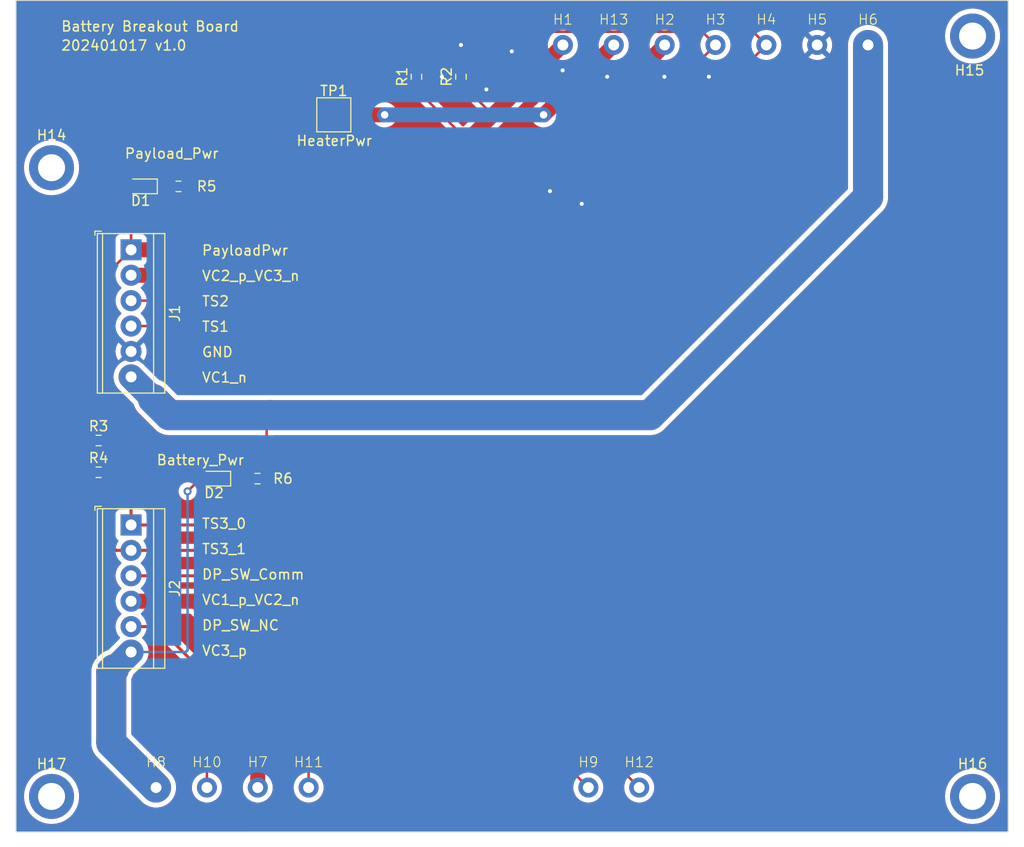
<source format=kicad_pcb>
(kicad_pcb (version 20221018) (generator pcbnew)

  (general
    (thickness 1.6)
  )

  (paper "A4")
  (layers
    (0 "F.Cu" signal)
    (31 "B.Cu" signal)
    (32 "B.Adhes" user "B.Adhesive")
    (33 "F.Adhes" user "F.Adhesive")
    (34 "B.Paste" user)
    (35 "F.Paste" user)
    (36 "B.SilkS" user "B.Silkscreen")
    (37 "F.SilkS" user "F.Silkscreen")
    (38 "B.Mask" user)
    (39 "F.Mask" user)
    (40 "Dwgs.User" user "User.Drawings")
    (41 "Cmts.User" user "User.Comments")
    (42 "Eco1.User" user "User.Eco1")
    (43 "Eco2.User" user "User.Eco2")
    (44 "Edge.Cuts" user)
    (45 "Margin" user)
    (46 "B.CrtYd" user "B.Courtyard")
    (47 "F.CrtYd" user "F.Courtyard")
    (48 "B.Fab" user)
    (49 "F.Fab" user)
    (50 "User.1" user)
    (51 "User.2" user)
    (52 "User.3" user)
    (53 "User.4" user)
    (54 "User.5" user)
    (55 "User.6" user)
    (56 "User.7" user)
    (57 "User.8" user)
    (58 "User.9" user)
  )

  (setup
    (pad_to_mask_clearance 0)
    (pcbplotparams
      (layerselection 0x00010fc_ffffffff)
      (plot_on_all_layers_selection 0x0000000_00000000)
      (disableapertmacros false)
      (usegerberextensions false)
      (usegerberattributes true)
      (usegerberadvancedattributes true)
      (creategerberjobfile true)
      (dashed_line_dash_ratio 12.000000)
      (dashed_line_gap_ratio 3.000000)
      (svgprecision 4)
      (plotframeref false)
      (viasonmask false)
      (mode 1)
      (useauxorigin false)
      (hpglpennumber 1)
      (hpglpenspeed 20)
      (hpglpendiameter 15.000000)
      (dxfpolygonmode true)
      (dxfimperialunits true)
      (dxfusepcbnewfont true)
      (psnegative false)
      (psa4output false)
      (plotreference true)
      (plotvalue true)
      (plotinvisibletext false)
      (sketchpadsonfab false)
      (subtractmaskfromsilk false)
      (outputformat 1)
      (mirror false)
      (drillshape 1)
      (scaleselection 1)
      (outputdirectory "")
    )
  )

  (net 0 "")
  (net 1 "VCC")
  (net 2 "Net-(J1-Pin_2)")
  (net 3 "Net-(J1-Pin_3)")
  (net 4 "Net-(J1-Pin_4)")
  (net 5 "Net-(D1-K)")
  (net 6 "Net-(J2-Pin_4)")
  (net 7 "Net-(D2-K)")
  (net 8 "Net-(J2-Pin_2)")
  (net 9 "Net-(J2-Pin_5)")
  (net 10 "Net-(J2-Pin_3)")
  (net 11 "Net-(J2-Pin_1)")
  (net 12 "Net-(H13-Pad1)")
  (net 13 "GND")
  (net 14 "VC3_p")
  (net 15 "VC1_n")

  (footprint "Resistor_SMD:R_0603_1608Metric_Pad0.98x0.95mm_HandSolder" (layer "F.Cu") (at 71.755 107.477875))

  (footprint "Library:MountingHole_3149_Swage_pin" (layer "F.Cu") (at 123.2154 67.945))

  (footprint "Library:MountingHole_3149_Swage_pin" (layer "F.Cu") (at 133.3754 67.945))

  (footprint "Library:MountingHole_3149_Swage_pin" (layer "F.Cu") (at 77.4954 142.1638))

  (footprint "LED_SMD:LED_0603_1608Metric_Pad1.05x0.95mm_HandSolder" (layer "F.Cu") (at 75.96 82.077875 180))

  (footprint "Resistor_SMD:R_0603_1608Metric_Pad0.98x0.95mm_HandSolder" (layer "F.Cu") (at 71.755 110.652875))

  (footprint "Library:MountingHole_3149_Swage_pin" (layer "F.Cu") (at 120.6754 142.1638))

  (footprint "MountingHole:MountingHole_2.7mm_M2.5_ISO14580_Pad" (layer "F.Cu") (at 67.056 80.2132))

  (footprint "MountingHole:MountingHole_2.7mm_M2.5_ISO14580_Pad" (layer "F.Cu") (at 159.0548 67.056))

  (footprint "Library:MountingHole_3149_Swage_pin" (layer "F.Cu") (at 82.5754 142.1638))

  (footprint "Library:MountingHole_3149_Swage_pin" (layer "F.Cu") (at 125.7554 142.1638))

  (footprint "Resistor_SMD:R_0603_1608Metric_Pad0.98x0.95mm_HandSolder" (layer "F.Cu") (at 87.63 111.287875))

  (footprint "Library:MountingHole_3149_Swage_pin" (layer "F.Cu") (at 92.7354 142.1638))

  (footprint "Resistor_SMD:R_0603_1608Metric_Pad0.98x0.95mm_HandSolder" (layer "F.Cu") (at 79.7325 82.077875))

  (footprint "Library:MountingHole_3149_Swage_pin" (layer "F.Cu") (at 118.1354 67.945))

  (footprint "Resistor_SMD:R_0603_1608Metric_Pad0.98x0.95mm_HandSolder" (layer "F.Cu") (at 107.95 71.12 90))

  (footprint "Library:MountingHole_3149_Swage_pin" (layer "F.Cu") (at 148.6154 67.945))

  (footprint "Library:MountingHole_3149_Swage_pin" (layer "F.Cu") (at 87.6554 142.1638))

  (footprint "LED_SMD:LED_0603_1608Metric_Pad1.05x0.95mm_HandSolder" (layer "F.Cu") (at 83.285 111.287875 180))

  (footprint "Resistor_SMD:R_0603_1608Metric_Pad0.98x0.95mm_HandSolder" (layer "F.Cu") (at 103.505 71.12 90))

  (footprint "Library:MountingHole_3149_Swage_pin" (layer "F.Cu") (at 143.5354 67.945))

  (footprint "Library:MountingHole_3149_Swage_pin" (layer "F.Cu") (at 128.2954 67.945))

  (footprint "TerminalBlock_TE-Connectivity:TerminalBlock_TE_282834-6_1x06_P2.54mm_Horizontal" (layer "F.Cu") (at 75 115.917875 -90))

  (footprint "TerminalBlock_TE-Connectivity:TerminalBlock_TE_282834-6_1x06_P2.54mm_Horizontal" (layer "F.Cu") (at 75 88.417875 -90))

  (footprint "MountingHole:MountingHole_2.7mm_M2.5_ISO14580_Pad" (layer "F.Cu") (at 67.056 143.0528))

  (footprint "MountingHole:MountingHole_2.7mm_M2.5_ISO14580_Pad" (layer "F.Cu") (at 159.0548 143.0528))

  (footprint "Library:MountingHole_3149_Swage_pin" (layer "F.Cu") (at 138.4554 67.945))

  (footprint "TestPoint:TestPoint_Pad_3.0x3.0mm" (layer "F.Cu") (at 95.25 74.93))

  (gr_poly
    (pts
      (xy 63.5 63.5)
      (xy 63.5 146.60894)
      (xy 162.610945 146.608583)
      (xy 162.611734 63.5)
    )

    (stroke (width 0.1) (type solid)) (fill none) (layer "Edge.Cuts") (tstamp f3cac99a-c505-45b4-a908-a2a62f0de092))
  (gr_text "TS2" (at 82 94.142875) (layer "F.SilkS") (tstamp 0cc902af-d62a-408b-9cd0-f9288347a810)
    (effects (font (size 1 1) (thickness 0.15)) (justify left bottom))
  )
  (gr_text "VC1_n" (at 82 101.762875) (layer "F.SilkS") (tstamp 16aa9bfa-1dbb-40c2-aa53-b8b1dd5c3f9e)
    (effects (font (size 1 1) (thickness 0.15)) (justify left bottom))
  )
  (gr_text "VC3_p" (at 82 129.067875) (layer "F.SilkS") (tstamp 170582ea-6159-4525-a980-cf8c78e8fb3f)
    (effects (font (size 1 1) (thickness 0.15)) (justify left bottom))
  )
  (gr_text "GND\n" (at 82 99.222875) (layer "F.SilkS") (tstamp 1e9c04ce-d0db-4a49-8fb4-dd20d7e2f229)
    (effects (font (size 1 1) (thickness 0.15)) (justify left bottom))
  )
  (gr_text "Payload_Pwr" (at 74.295 79.375) (layer "F.SilkS") (tstamp 2ef1706e-9e5b-4912-b51b-34340d6e1738)
    (effects (font (size 1 1) (thickness 0.15)) (justify left bottom))
  )
  (gr_text "TS3_1" (at 82 118.907875) (layer "F.SilkS") (tstamp 4069f1fa-200e-46a4-9fd2-0dd9287ae275)
    (effects (font (size 1 1) (thickness 0.15)) (justify left bottom))
  )
  (gr_text "Battery_Pwr" (at 77.47 110.017875) (layer "F.SilkS") (tstamp 4e9a05db-b1e1-4fe7-9d75-065c9322b66a)
    (effects (font (size 1 1) (thickness 0.15)) (justify left bottom))
  )
  (gr_text "PayloadPwr" (at 82 89.062875) (layer "F.SilkS") (tstamp 61ad88e6-d9e7-4a9d-a795-3b0071f79e16)
    (effects (font (size 1 1) (thickness 0.15)) (justify left bottom))
  )
  (gr_text "VC1_p_VC2_n" (at 82 123.987875) (layer "F.SilkS") (tstamp 70f5d202-81e7-42e1-b071-8fcfddf1206a)
    (effects (font (size 1 1) (thickness 0.15)) (justify left bottom))
  )
  (gr_text "Battery Breakout Board" (at 67.945 66.675) (layer "F.SilkS") (tstamp 7ae0b03b-8d29-4cc5-9eeb-3fbd4c921ed3)
    (effects (font (size 1 1) (thickness 0.15)) (justify left bottom))
  )
  (gr_text "TS3_0" (at 82 116.367875) (layer "F.SilkS") (tstamp 856ac88d-6d82-43ea-86dc-c09261d194cd)
    (effects (font (size 1 1) (thickness 0.15)) (justify left bottom))
  )
  (gr_text "VC2_p_VC3_n" (at 82 91.602875) (layer "F.SilkS") (tstamp 88bfec9b-9a68-40c9-ab9c-d2fb0a38cd91)
    (effects (font (size 1 1) (thickness 0.15)) (justify left bottom))
  )
  (gr_text "DP_SW_Comm" (at 82 121.447875) (layer "F.SilkS") (tstamp c914e3f7-945c-4311-92d3-ee0418b0bce2)
    (effects (font (size 1 1) (thickness 0.15)) (justify left bottom))
  )
  (gr_text "202401017 v1.0" (at 67.945 68.58) (layer "F.SilkS") (tstamp cb22a51c-4234-4d89-9689-5f48f7ba486f)
    (effects (font (size 1 1) (thickness 0.15)) (justify left bottom))
  )
  (gr_text "TS1" (at 82 96.682875) (layer "F.SilkS") (tstamp dc143c18-3eb4-4d19-bda1-2528484e591c)
    (effects (font (size 1 1) (thickness 0.15)) (justify left bottom))
  )
  (gr_text "DP_SW_NC\n" (at 82 126.527875) (layer "F.SilkS") (tstamp e5b78773-3b00-4c11-adfe-24302e470287)
    (effects (font (size 1 1) (thickness 0.15)) (justify left bottom))
  )
  (gr_text "HeaterPwr" (at 91.44 78.105) (layer "F.SilkS") (tstamp ea9790c6-b935-4b33-81c2-53af42bfaccc)
    (effects (font (size 1 1) (thickness 0.15)) (justify left bottom))
  )

  (segment (start 70.8425 107.477875) (end 70.8425 92.575375) (width 0.25) (layer "F.Cu") (net 1) (tstamp 03389b0d-ae83-49c8-81c7-752a45c659d4))
  (segment (start 70.8425 92.575375) (end 75 88.417875) (width 0.25) (layer "F.Cu") (net 1) (tstamp 05db684d-5d1b-446b-bcd5-60a21db246a0))
  (segment (start 75 88.417875) (end 75 82.162875) (width 0.25) (layer "F.Cu") (net 1) (tstamp 4ad6aac8-449f-4b8c-993f-289f2cbd3259))
  (segment (start 107.95 72.0325) (end 108.2275 72.0325) (width 0.25) (layer "F.Cu") (net 1) (tstamp 4d050ce5-dba2-4067-876c-8d237a0604a0))
  (segment (start 103.505 72.39) (end 108.5977 77.4827) (width 0.25) (layer "F.Cu") (net 1) (tstamp 4fdfa0c9-7837-445e-a7c1-9031f964f6a3))
  (segment (start 103.505 72.0325) (end 103.505 72.39) (width 0.25) (layer "F.Cu") (net 1) (tstamp 5a500c82-fae8-47ec-8b8e-b6767c7313d7))
  (segment (start 108.5977 77.4827) (end 97.662525 88.417875) (width 1.5) (layer "F.Cu") (net 1) (tstamp 74a62551-a5fe-43fc-bfb2-789ecfd19e33))
  (segment (start 108.2275 72.0325) (end 111.1377 74.9427) (width 0.25) (layer "F.Cu") (net 1) (tstamp 82bae07e-61b1-49b6-a615-3ecc69bbf62f))
  (segment (start 75 82.162875) (end 75.085 82.077875) (width 0.25) (layer "F.Cu") (net 1) (tstamp 8e71ac8f-6f31-418b-aa55-52a64b7527b9))
  (segment (start 108.5977 77.4827) (end 111.1377 74.9427) (width 1.5) (layer "F.Cu") (net 1) (tstamp b506b664-987e-46f4-b563-9611bfa2efa1))
  (segment (start 97.662525 88.417875) (end 75 88.417875) (width 1.5) (layer "F.Cu") (net 1) (tstamp c69775e0-9e2f-409c-8ba3-2e17907aa173))
  (segment (start 111.1377 74.9427) (end 118.1354 67.945) (width 1.5) (layer "F.Cu") (net 1) (tstamp c76ff7f1-2461-497d-8eed-6e6830bb8669))
  (segment (start 105.282525 90.957875) (end 75 90.957875) (width 1.5) (layer "F.Cu") (net 2) (tstamp 3be3b35f-27c3-492a-ac1a-8e4be63e1e9b))
  (segment (start 128.2954 67.945) (end 105.282525 90.957875) (width 1.5) (layer "F.Cu") (net 2) (tstamp f9a156cd-9965-4cc3-bf59-da971a46e61a))
  (segment (start 111.5375 66.62) (end 132.0504 66.62) (width 0.25) (layer "F.Cu") (net 3) (tstamp 2325143c-e283-4dd5-8db0-02a3cd5349be))
  (segment (start 132.0504 66.62) (end 133.3754 67.945) (width 0.25) (layer "F.Cu") (net 3) (tstamp 488afd19-3568-4cdd-a0d5-20b5e5859c76))
  (segment (start 133.3754 67.945) (end 107.822525 93.497875) (width 0.25) (layer "F.Cu") (net 3) (tstamp 51145577-d511-4ee9-aa2f-6d116a865576))
  (segment (start 107.822525 93.497875) (end 75 93.497875) (width 0.25) (layer "F.Cu") (net 3) (tstamp 676db6fe-d937-461e-b6d2-1e6a92899b14))
  (segment (start 107.95 70.2075) (end 111.5375 66.62) (width 0.25) (layer "F.Cu") (net 3) (tstamp a1448286-9b02-4a2b-984b-5bf8dc4d1dc6))
  (segment (start 110.362525 96.037875) (end 75 96.037875) (width 0.25) (layer "F.Cu") (net 4) (tstamp 21d46feb-fa9b-487c-b839-75bb570dd978))
  (segment (start 103.505 70.2075) (end 107.6725 66.04) (width 0.25) (layer "F.Cu") (net 4) (tstamp 2d018215-1c3c-42b1-916e-0a85810c8643))
  (segment (start 138.4554 67.945) (end 110.362525 96.037875) (width 0.25) (layer "F.Cu") (net 4) (tstamp 3e398fa2-fa41-474b-9b75-00d7f1e5dc9b))
  (segment (start 107.6725 66.04) (end 136.5504 66.04) (width 0.25) (layer "F.Cu") (net 4) (tstamp 50b773dc-1cd8-46dc-8815-31d5b735d841))
  (segment (start 136.5504 66.04) (end 138.4554 67.945) (width 0.25) (layer "F.Cu") (net 4) (tstamp b6ce8930-60dd-4e37-a6e5-3f64bdf9b701))
  (segment (start 76.835 82.077875) (end 78.82 82.077875) (width 0.25) (layer "F.Cu") (net 5) (tstamp d6483855-8698-4bba-9d86-3554d989eb4d))
  (segment (start 81.465 123.537875) (end 87.6554 129.728275) (width 1.5) (layer "F.Cu") (net 6) (tstamp 347d3689-4613-4685-bf50-3d636141a9c8))
  (segment (start 75 123.537875) (end 81.465 123.537875) (width 1.5) (layer "F.Cu") (net 6) (tstamp a771b536-b357-4f0a-aeae-da4de44e9bf6))
  (segment (start 87.6554 129.728275) (end 87.6554 142.1638) (width 1.5) (layer "F.Cu") (net 6) (tstamp f365b815-e491-40aa-bd10-d3a3f63c2042))
  (segment (start 86.7175 111.287875) (end 84.28 111.287875) (width 0.25) (layer "F.Cu") (net 7) (tstamp 5bc64118-21f5-451e-919e-d0aa5d51e282))
  (segment (start 84.28 111.167875) (end 84.16 111.287875) (width 0.25) (layer "F.Cu") (net 7) (tstamp ef41556e-3f84-4ed3-8148-322ea067293d))
  (segment (start 120.6754 142.1638) (end 96.969475 118.457875) (width 0.25) (layer "F.Cu") (net 8) (tstamp 56a3bf37-5b9d-46b0-9f49-8140e71049a8))
  (segment (start 75 118.457875) (end 88.5516 118.457875) (width 0.3) (layer "F.Cu") (net 8) (tstamp 5f77c4f5-1d9b-46a8-a6d2-b914d5c0e07c))
  (segment (start 75 118.457875) (end 73.515076 118.457875) (width 0.3) (layer "F.Cu") (net 8) (tstamp c952c2b9-f0b5-49c2-b96e-b688409f07fc))
  (segment (start 73.515076 118.457875) (end 72.6675 117.610299) (width 0.3) (layer "F.Cu") (net 8) (tstamp d4ff1b9b-e76f-493a-a619-fde16fc09311))
  (segment (start 72.6675 117.610299) (end 72.6675 110.652875) (width 0.3) (layer "F.Cu") (net 8) (tstamp e9c3edff-8f73-4080-b5f0-89193f39bf49))
  (segment (start 96.969475 118.457875) (end 88.5516 118.457875) (width 0.25) (layer "F.Cu") (net 8) (tstamp f3b5350a-116d-4069-8719-09cf1d6ed07b))
  (segment (start 75 126.077875) (end 77.655 126.077875) (width 0.3) (layer "F.Cu") (net 9) (tstamp 34ef1052-6de9-4bca-aed0-51be431ffee6))
  (segment (start 82.5754 130.998276) (end 82.468562 130.891438) (width 0.25) (layer "F.Cu") (net 9) (tstamp 6a1bd693-8fc9-4609-940c-2a891d1730c5))
  (segment (start 82.5754 142.1638) (end 82.5754 130.998276) (width 0.25) (layer "F.Cu") (net 9) (tstamp 8f872212-2cde-497c-8960-29c1e358eefc))
  (segment (start 82.468562 130.891438) (end 82.5754 130.998275) (width 0.3) (layer "F.Cu") (net 9) (tstamp e81cde0f-50b8-4367-9168-9e585afc934f))
  (segment (start 77.655 126.077875) (end 82.468562 130.891438) (width 0.3) (layer "F.Cu") (net 9) (tstamp ea8094c8-ac15-4c2b-af00-b77bd50ef148))
  (segment (start 75 120.997875) (end 85.275 120.997875) (width 0.3) (layer "F.Cu") (net 10) (tstamp 070547e7-2009-4674-8b36-842b080626a0))
  (segment (start 92.7354 142.1638) (end 92.7354 128.458275) (width 0.25) (layer "F.Cu") (net 10) (tstamp bbea34ed-a9e8-404f-ad27-0cc29e1c218f))
  (segment (start 85.275 120.997875) (end 92.7354 128.458275) (width 0.3) (layer "F.Cu") (net 10) (tstamp fd8289b9-e654-4526-b62c-807df22e1a62))
  (segment (start 75 109.810375) (end 72.6675 107.477875) (width 0.3) (layer "F.Cu") (net 11) (tstamp 57cf803e-7292-4720-939e-7d52e5f3a1e9))
  (segment (start 75 115.917875) (end 99.509475 115.917875) (width 0.3) (layer "F.Cu") (net 11) (tstamp 7b6bbbe9-3c44-4bf6-be0c-0a52f2238d29))
  (segment (start 75 115.917875) (end 75 109.810375) (width 0.3) (layer "F.Cu") (net 11) (tstamp 9890cc29-9d78-4806-94b6-d5dbbffb075f))
  (segment (start 125.7554 142.1638) (end 99.509475 115.917875) (width 0.25) (layer "F.Cu") (net 11) (tstamp de70cf9c-5e68-4ea3-b30e-8c9566f3cb37))
  (segment (start 95.885 75.565) (end 95.25 74.93) (width 0.25) (layer "F.Cu") (net 12) (tstamp 56f87d09-f861-4ff9-ab07-662a9ce3d990))
  (segment (start 116.205 74.93) (end 116.2304 74.93) (width 1.5) (layer "F.Cu") (net 12) (tstamp 5be056fe-5ba0-4f8c-be03-514340df5c66))
  (segment (start 116.2304 74.93) (end 123.2154 67.945) (width 1.5) (layer "F.Cu") (net 12) (tstamp cd0a2387-3d4c-49fd-bc82-f5f5704bac25))
  (segment (start 95.25 74.93) (end 100.33 74.93) (width 1.5) (layer "F.Cu") (net 12) (tstamp f5a8cad1-fd64-45b0-8a8c-bebdde20728e))
  (via (at 100.33 74.93) (size 1.5) (drill 0.75) (layers "F.Cu" "B.Cu") (net 12) (tstamp 18286914-5a3c-4282-b97e-2841e3b74f32))
  (via (at 116.205 74.93) (size 1.5) (drill 0.75) (layers "F.Cu" "B.Cu") (net 12) (tstamp 439a7869-dcf5-48bc-8158-806d7f6e5aee))
  (segment (start 116.205 74.93) (end 100.33 74.93) (width 1.5) (layer "B.Cu") (net 12) (tstamp c845d6b0-a23c-436d-8a06-13fd102d2aac))
  (via (at 122.555 71.12) (size 0.8) (drill 0.4) (layers "F.Cu" "B.Cu") (free) (net 13) (tstamp 06ed9c4f-52db-4cc8-87bf-e12e8b67ab54))
  (via (at 118.11 70.485) (size 0.8) (drill 0.4) (layers "F.Cu" "B.Cu") (free) (net 13) (tstamp 100a0f71-8d03-458a-835d-596a9dffdb99))
  (via (at 116.84 82.55) (size 0.8) (drill 0.4) (layers "F.Cu" "B.Cu") (free) (net 13) (tstamp 5579e7e4-ef7b-46d1-ac4d-b0904106f49d))
  (via (at 132.715 71.12) (size 0.8) (drill 0.4) (layers "F.Cu" "B.Cu") (free) (net 13) (tstamp 5b17d156-2652-4e9a-9852-f6e9559ab467))
  (via (at 110.49 72.39) (size 0.8) (drill 0.4) (layers "F.Cu" "B.Cu") (free) (net 13) (tstamp 60d73218-f780-4dcc-817d-d3d25e8be782))
  (via (at 120.015 83.82) (size 0.8) (drill 0.4) (layers "F.Cu" "B.Cu") (free) (net 13) (tstamp 919c39af-1893-4728-b32c-b7c0cce0a81d))
  (via (at 113.03 68.58) (size 0.8) (drill 0.4) (layers "F.Cu" "B.Cu") (free) (net 13) (tstamp 9de48336-89e2-4d8d-a7ee-2cddca9aa169))
  (via (at 106.045 71.12) (size 0.8) (drill 0.4) (layers "F.Cu" "B.Cu") (free) (net 13) (tstamp ac1244ae-9d25-42f4-87c1-758f9b645633))
  (via (at 128.27 71.12) (size 0.8) (drill 0.4) (layers "F.Cu" "B.Cu") (free) (net 13) (tstamp b56ee9bb-11a6-445b-99a4-8c5479b69970))
  (via (at 107.95 67.945) (size 0.8) (drill 0.4) (layers "F.Cu" "B.Cu") (free) (net 13) (tstamp ca3d5aac-b953-46a6-8324-d1dc027720b9))
  (segment (start 73.025 130.592875) (end 73.28 130.337875) (width 3) (layer "F.Cu") (net 14) (tstamp 164370b7-ae21-4e63-852f-0e09335fa917))
  (segment (start 82.41 111.287875) (end 81.915 111.287875) (width 0.25) (layer "F.Cu") (net 14) (tstamp 24b0c0db-457f-41f9-9253-2617b8f8306b))
  (segment (start 73.025 137.6934) (end 73.025 130.592875) (width 3) (layer "F.Cu") (net 14) (tstamp 296844f3-6691-4660-bbd0-89a62abc0ffd))
  (segment (start 75 128.617875) (end 73.28 130.337875) (width 2.5) (layer "F.Cu") (net 14) (tstamp 571d38bd-64ae-4586-956d-72167b36985c))
  (segment (start 77.4954 142.1638) (end 73.025 137.6934) (width 3) (layer "F.Cu") (net 14) (tstamp ad8cbe9a-ea42-47ff-876a-913370e93db3))
  (segment (start 81.915 111.287875) (end 80.645 112.557875) (width 0.25) (layer "F.Cu") (net 14) (tstamp cb7b5ee5-9094-4715-80d5-6a251e54497f))
  (segment (start 73.28 130.337875) (end 73.025 130.337875) (width 0.25) (layer "F.Cu") (net 14) (tstamp dda97813-dbc9-415b-bc05-6f426dbd90be))
  (via (at 80.645 112.557875) (size 0.8) (drill 0.4) (layers "F.Cu" "B.Cu") (net 14) (tstamp 34db2fbe-8cab-42a9-8fba-c07c4d347f9e))
  (segment (start 80.645 112.557875) (end 80.645 128.432218) (width 0.25) (layer "B.Cu") (net 14) (tstamp 3cb3695f-e9c6-4b89-a842-bf9d7554fedb))
  (segment (start 73.024343 130.596172) (end 73.279343 130.341172) (width 3) (layer "B.Cu") (net 14) (tstamp 55b4aad4-ab19-4175-90ff-92e0c62f319b))
  (segment (start 77.494743 142.167097) (end 73.024343 137.696697) (width 3) (layer "B.Cu") (net 14) (tstamp 65dd3ea7-b133-4d44-a52f-3a5236fb840e))
  (segment (start 73.024343 137.696697) (end 73.024343 130.596172) (width 3) (layer "B.Cu") (net 14) (tstamp 71c94c2d-5b51-4c3b-b8a8-83dd36693e6c))
  (segment (start 74.999343 128.621172) (end 73.279343 130.341172) (width 2.5) (layer "B.Cu") (net 14) (tstamp a7b37e62-6426-4d96-b492-17630fa44a28))
  (segment (start 80.459343 128.617875) (end 75 128.617875) (width 0.25) (layer "B.Cu") (net 14) (tstamp a84f57c3-8ea3-407b-a5d5-84f53bd22b71))
  (segment (start 80.645 128.432218) (end 80.459343 128.617875) (width 0.25) (layer "B.Cu") (net 14) (tstamp cc33c318-e776-4b09-9a01-1973cc7878f9))
  (segment (start 75 101.117875) (end 77.1925 103.310375) (width 2.5) (layer "F.Cu") (net 15) (tstamp 28b55edf-3526-4559-861c-ad64143fedb4))
  (segment (start 88.5425 111.287875) (end 88.5425 105.295375) (width 0.25) (layer "F.Cu") (net 15) (tstamp 2c7141d0-d903-4947-bb5a-d80a9e1ac435))
  (segment (start 148.6154 83.1596) (end 148.6154 67.945) (width 3) (layer "F.Cu") (net 15) (tstamp 42948143-8f86-46f8-9758-1262b55179ad))
  (segment (start 77.1925 103.310375) (end 78.82 104.937875) (width 3) (layer "F.Cu") (net 15) (tstamp 610ef266-a20e-4c7a-aba7-e2ed44c5adf6))
  (segment (start 88.5425 105.295375) (end 88.9 104.937875) (width 0.25) (layer "F.Cu") (net 15) (tstamp 8483967a-bbc8-4a48-9e89-29740a7971a0))
  (segment (start 78.82 104.937875) (end 88.9 104.937875) (width 3) (layer "F.Cu") (net 15) (tstamp 8ab8810c-6c2d-47c7-97a4-c4d8afd67fb8))
  (segment (start 88.9 104.937875) (end 126.837125 104.937875) (width 3) (layer "F.Cu") (net 15) (tstamp a1da16a5-3a8c-48ae-b595-80142a494758))
  (segment (start 126.837125 104.937875) (end 148.6154 83.1596) (width 3) (layer "F.Cu") (net 15) (tstamp ffce8e7e-58a5-4061-bd0a-11536f669a55))
  (segment (start 77.17345 103.291325) (end 77.17345 103.329425) (width 2.5) (layer "B.Cu") (net 15) (tstamp 2023ee4d-782d-4587-982d-79162db369b6))
  (segment (start 78.7946 104.950575) (end 126.824425 104.950575) (width 3) (layer "B.Cu") (net 15) (tstamp 26004160-60e5-4eb5-9b5a-9222b7564ab7))
  (segment (start 126.824425 104.950575) (end 148.6154 83.1596) (width 3) (layer "B.Cu") (net 15) (tstamp 2abc77d8-5780-4c4a-8c86-231c1313fc96))
  (segment (start 77.17345 103.329425) (end 78.7946 104.950575) (width 3) (layer "B.Cu") (net 15) (tstamp 67aa0c6d-01db-4035-bc56-2641ba6e8cff))
  (segment (start 75 101.117875) (end 77.17345 103.291325) (width 2.5) (layer "B.Cu") (net 15) (tstamp b8664302-b433-4c1a-b144-423be33479ea))
  (segment (start 148.6154 83.1596) (end 148.6154 67.945) (width 3) (layer "B.Cu") (net 15) (tstamp d0ab082f-9a4c-46ce-99c1-13641b64fc66))

  (zone (net 13) (net_name "GND") (layer "F.Cu") (tstamp d595ced5-c105-4ce1-87b5-af79ffb5fd78) (hatch edge 0.5)
    (connect_pads (clearance 0.5))
    (min_thickness 0.25) (filled_areas_thickness no)
    (fill yes (thermal_gap 0.5) (thermal_bridge_width 0.5) (island_removal_mode 1) (island_area_min 10))
    (polygon
      (pts
        (xy 63.5 63.5)
        (xy 63.5 146.685)
        (xy 162.56 146.685)
        (xy 162.56 63.5)
      )
    )
    (filled_polygon
      (layer "F.Cu")
      (pts
        (xy 136.306987 66.685185)
        (xy 136.327629 66.701819)
        (xy 136.991738 67.365928)
        (xy 137.025223 67.427251)
        (xy 137.024263 67.484049)
        (xy 136.970292 67.697174)
        (xy 136.97029 67.697187)
        (xy 136.949757 67.944994)
        (xy 136.949757 67.945005)
        (xy 136.97029 68.192812)
        (xy 136.970292 68.192824)
        (xy 137.024263 68.405949)
        (xy 137.021638 68.475769)
        (xy 136.991738 68.52407)
        (xy 110.139753 95.376056)
        (xy 110.07843 95.409541)
        (xy 110.052072 95.412375)
        (xy 76.502013 95.412375)
        (xy 76.434974 95.39269)
        (xy 76.389219 95.339886)
        (xy 76.387454 95.335832)
        (xy 76.385779 95.33179)
        (xy 76.385777 95.331786)
        (xy 76.258262 95.123701)
        (xy 76.258261 95.123698)
        (xy 76.099756 94.938113)
        (xy 76.010832 94.862165)
        (xy 75.972638 94.803659)
        (xy 75.972139 94.733791)
        (xy 76.009493 94.674744)
        (xy 76.010832 94.673585)
        (xy 76.042276 94.646728)
        (xy 76.099759 94.597634)
        (xy 76.258259 94.412054)
        (xy 76.385777 94.203964)
        (xy 76.385881 94.203712)
        (xy 76.387454 94.199918)
        (xy 76.431297 94.145516)
        (xy 76.497592 94.123454)
        (xy 76.502013 94.123375)
        (xy 107.739782 94.123375)
        (xy 107.755402 94.125099)
        (xy 107.755429 94.124814)
        (xy 107.763185 94.125546)
        (xy 107.763192 94.125548)
        (xy 107.832339 94.123375)
        (xy 107.861875 94.123375)
        (xy 107.868753 94.122505)
        (xy 107.874566 94.122047)
        (xy 107.921152 94.120584)
        (xy 107.940394 94.114992)
        (xy 107.959437 94.111049)
        (xy 107.979317 94.108539)
        (xy 108.022647 94.091382)
        (xy 108.028171 94.089492)
        (xy 108.031921 94.088402)
        (xy 108.072915 94.076493)
        (xy 108.090154 94.066297)
        (xy 108.107628 94.057737)
        (xy 108.126252 94.050363)
        (xy 108.126252 94.050362)
        (xy 108.126257 94.050361)
        (xy 108.163974 94.022957)
        (xy 108.16883 94.019767)
        (xy 108.208945 93.996045)
        (xy 108.223114 93.981874)
        (xy 108.237904 93.969243)
        (xy 108.254112 93.957469)
        (xy 108.283824 93.921551)
        (xy 108.287737 93.917251)
        (xy 132.798172 69.406817)
        (xy 132.859493 69.373334)
        (xy 132.926112 69.377218)
        (xy 132.977629 69.394904)
        (xy 133.005785 69.404571)
        (xy 133.251065 69.4455)
        (xy 133.499735 69.4455)
        (xy 133.745014 69.404571)
        (xy 133.98021 69.323828)
        (xy 134.198909 69.205474)
        (xy 134.395144 69.052738)
        (xy 134.563564 68.869785)
        (xy 134.699573 68.661607)
        (xy 134.799463 68.433881)
        (xy 134.860508 68.192821)
        (xy 134.873741 68.033123)
        (xy 134.881043 67.945005)
        (xy 134.881043 67.944994)
        (xy 134.860509 67.697187)
        (xy 134.860507 67.697175)
        (xy 134.799463 67.456118)
        (xy 134.699573 67.228393)
        (xy 134.563566 67.020217)
        (xy 134.540196 66.994831)
        (xy 134.428486 66.873481)
        (xy 134.397565 66.810829)
        (xy 134.405425 66.741402)
        (xy 134.449572 66.687247)
        (xy 134.51599 66.665556)
        (xy 134.519717 66.6655)
        (xy 136.239948 66.6655)
      )
    )
    (filled_polygon
      (layer "F.Cu")
      (pts
        (xy 131.806987 67.265185)
        (xy 131.827629 67.281819)
        (xy 131.911738 67.365928)
        (xy 131.945223 67.427251)
        (xy 131.944263 67.484049)
        (xy 131.890292 67.697174)
        (xy 131.89029 67.697187)
        (xy 131.869757 67.944994)
        (xy 131.869757 67.945005)
        (xy 131.89029 68.192812)
        (xy 131.890292 68.192824)
        (xy 131.944263 68.405948)
        (xy 131.941638 68.475768)
        (xy 131.911738 68.524069)
        (xy 107.599753 92.836056)
        (xy 107.53843 92.869541)
        (xy 107.512072 92.872375)
        (xy 76.502013 92.872375)
        (xy 76.434974 92.85269)
        (xy 76.389219 92.799886)
        (xy 76.387454 92.795832)
        (xy 76.385779 92.79179)
        (xy 76.385777 92.791786)
        (xy 76.385776 92.791785)
        (xy 76.258261 92.5837)
        (xy 76.258261 92.583698)
        (xy 76.200775 92.516391)
        (xy 76.11239 92.412905)
        (xy 76.08382 92.349145)
        (xy 76.094257 92.28006)
        (xy 76.140388 92.227584)
        (xy 76.206681 92.208375)
        (xy 105.208818 92.208375)
        (xy 105.215756 92.208764)
        (xy 105.254352 92.213113)
        (xy 105.254354 92.213112)
        (xy 105.254355 92.213113)
        (xy 105.272111 92.211915)
        (xy 105.322557 92.208514)
        (xy 105.326713 92.208375)
        (xy 105.338672 92.208375)
        (xy 105.33868 92.208375)
        (xy 105.380648 92.204597)
        (xy 105.478937 92.197971)
        (xy 105.483171 92.196903)
        (xy 105.502366 92.193642)
        (xy 105.506713 92.193252)
        (xy 105.60169 92.167039)
        (xy 105.697208 92.142971)
        (xy 105.70118 92.141166)
        (xy 105.719487 92.134529)
        (xy 105.723695 92.133368)
        (xy 105.81246 92.090621)
        (xy 105.902151 92.049882)
        (xy 105.905745 92.047391)
        (xy 105.92256 92.037599)
        (xy 105.926498 92.035704)
        (xy 106.006201 91.977796)
        (xy 106.087179 91.921695)
        (xy 106.090268 91.918605)
        (xy 106.10507 91.905963)
        (xy 106.108603 91.903397)
        (xy 106.176678 91.832195)
        (xy 128.564054 69.444818)
        (xy 128.625375 69.411335)
        (xy 128.631326 69.410192)
        (xy 128.665014 69.404571)
        (xy 128.90021 69.323828)
        (xy 129.118909 69.205474)
        (xy 129.315144 69.052738)
        (xy 129.483564 68.869785)
        (xy 129.619573 68.661607)
        (xy 129.719463 68.433881)
        (xy 129.780508 68.192821)
        (xy 129.793741 68.033123)
        (xy 129.801043 67.945005)
        (xy 129.801043 67.944994)
        (xy 129.780509 67.697187)
        (xy 129.780507 67.697175)
        (xy 129.774568 67.673722)
        (xy 129.719463 67.456119)
        (xy 129.703316 67.419309)
        (xy 129.694414 67.350011)
        (xy 129.724391 67.286898)
        (xy 129.78373 67.250011)
        (xy 129.816873 67.2455)
        (xy 131.739948 67.2455)
      )
    )
    (filled_polygon
      (layer "F.Cu")
      (pts
        (xy 121.760966 67.265185)
        (xy 121.806721 67.317989)
        (xy 121.816665 67.387147)
        (xy 121.807483 67.419307)
        (xy 121.806763 67.420952)
        (xy 121.791337 67.456119)
        (xy 121.791336 67.45612)
        (xy 121.750726 67.616482)
        (xy 121.718202 67.673722)
        (xy 115.490523 73.901401)
        (xy 115.473967 73.915294)
        (xy 115.398121 73.968403)
        (xy 115.397241 73.969284)
        (xy 115.382461 73.981906)
        (xy 115.378928 73.984472)
        (xy 115.378916 73.984483)
        (xy 115.347477 74.017366)
        (xy 115.310868 74.055656)
        (xy 115.288379 74.078144)
        (xy 115.243403 74.12312)
        (xy 115.243402 74.123121)
        (xy 115.240711 74.126965)
        (xy 115.228773 74.141521)
        (xy 115.223368 74.147174)
        (xy 115.202476 74.178822)
        (xy 115.170828 74.226768)
        (xy 115.117898 74.302362)
        (xy 115.117891 74.302374)
        (xy 115.114457 74.309738)
        (xy 115.105572 74.325628)
        (xy 115.099362 74.335035)
        (xy 115.099362 74.335036)
        (xy 115.063108 74.419859)
        (xy 115.025425 74.500669)
        (xy 115.025424 74.500671)
        (xy 115.022425 74.51186)
        (xy 115.016681 74.528475)
        (xy 115.010899 74.542005)
        (xy 115.010896 74.542016)
        (xy 114.991063 74.628907)
        (xy 114.968793 74.712022)
        (xy 114.968793 74.712023)
        (xy 114.967112 74.731226)
        (xy 114.965793 74.739625)
        (xy 114.960809 74.761459)
        (xy 114.960809 74.761464)
        (xy 114.956949 74.847397)
        (xy 114.949723 74.929996)
        (xy 114.949723 74.930003)
        (xy 114.951688 74.95247)
        (xy 114.951862 74.96066)
        (xy 114.950709 74.986324)
        (xy 114.95071 74.986328)
        (xy 114.961641 75.067031)
        (xy 114.961966 75.069949)
        (xy 114.968792 75.147972)
        (xy 114.968795 75.147987)
        (xy 114.975482 75.172941)
        (xy 114.977034 75.18067)
        (xy 114.980924 75.209381)
        (xy 114.980926 75.209392)
        (xy 115.005075 75.283713)
        (xy 115.005997 75.286825)
        (xy 115.025423 75.359324)
        (xy 115.025427 75.359336)
        (xy 115.037736 75.385732)
        (xy 115.040512 75.392779)
        (xy 115.050483 75.423464)
        (xy 115.08597 75.489411)
        (xy 115.087558 75.492576)
        (xy 115.117898 75.557639)
        (xy 115.13649 75.584191)
        (xy 115.140303 75.590378)
        (xy 115.157146 75.621678)
        (xy 115.157152 75.621687)
        (xy 115.201792 75.677663)
        (xy 115.204106 75.680758)
        (xy 115.23051 75.718465)
        (xy 115.243402 75.736877)
        (xy 115.243405 75.73688)
        (xy 115.268646 75.762121)
        (xy 115.273283 75.767309)
        (xy 115.297492 75.797666)
        (xy 115.348959 75.842632)
        (xy 115.352008 75.845483)
        (xy 115.398116 75.891592)
        (xy 115.398122 75.891597)
        (xy 115.398123 75.891598)
        (xy 115.409802 75.899775)
        (xy 115.430055 75.913957)
        (xy 115.43529 75.918057)
        (xy 115.467004 75.945765)
        (xy 115.467013 75.945771)
        (xy 115.522849 75.979131)
        (xy 115.526613 75.981568)
        (xy 115.577359 76.017101)
        (xy 115.577364 76.017104)
        (xy 115.587888 76.022011)
        (xy 115.615677 76.034969)
        (xy 115.621271 76.037935)
        (xy 115.658349 76.060088)
        (xy 115.660236 76.061215)
        (xy 115.678828 76.068192)
        (xy 115.718083 76.082925)
        (xy 115.722503 76.084782)
        (xy 115.77567 76.109575)
        (xy 115.775674 76.109577)
        (xy 115.806069 76.11772)
        (xy 115.819677 76.121366)
        (xy 115.825413 76.123207)
        (xy 115.842264 76.129531)
        (xy 115.870976 76.140307)
        (xy 115.928545 76.150754)
        (xy 115.933511 76.151868)
        (xy 115.987023 76.166207)
        (xy 116.035689 76.170464)
        (xy 116.041306 76.171218)
        (xy 116.092453 76.1805)
        (xy 116.147691 76.1805)
        (xy 116.153092 76.180735)
        (xy 116.194142 76.184327)
        (xy 116.202227 76.185238)
        (xy 116.202237 76.185237)
        (xy 116.203333 76.185262)
        (xy 116.203605 76.185277)
        (xy 116.204997 76.185277)
        (xy 116.204998 76.185276)
        (xy 116.205 76.185277)
        (xy 116.21063 76.184784)
        (xy 116.216264 76.184291)
        (xy 116.228682 76.183453)
        (xy 116.270434 76.180639)
        (xy 116.274586 76.1805)
        (xy 116.286547 76.1805)
        (xy 116.286555 76.1805)
        (xy 116.328523 76.176722)
        (xy 116.426812 76.170096)
        (xy 116.431046 76.169028)
        (xy 116.450241 76.165767)
        (xy 116.454588 76.165377)
        (xy 116.549565 76.139164)
        (xy 116.645083 76.115096)
        (xy 116.649055 76.113291)
        (xy 116.667362 76.106654)
        (xy 116.67157 76.105493)
        (xy 116.760335 76.062746)
        (xy 116.850026 76.022007)
        (xy 116.85362 76.019516)
        (xy 116.870435 76.009724)
        (xy 116.874373 76.007829)
        (xy 116.954076 75.949921)
        (xy 117.035054 75.89382)
        (xy 117.038143 75.89073)
        (xy 117.052945 75.878088)
        (xy 117.056478 75.875522)
        (xy 117.124553 75.80432)
        (xy 123.484054 69.444818)
        (xy 123.545375 69.411335)
        (xy 123.551326 69.410192)
        (xy 123.585014 69.404571)
        (xy 123.82021 69.323828)
        (xy 124.038909 69.205474)
        (xy 124.235144 69.052738)
        (xy 124.403564 68.869785)
        (xy 124.539573 68.661607)
        (xy 124.639463 68.433881)
        (xy 124.700508 68.192821)
        (xy 124.713741 68.033123)
        (xy 124.721043 67.945005)
        (xy 124.721043 67.944994)
        (xy 124.700509 67.697187)
        (xy 124.700507 67.697175)
        (xy 124.694568 67.673722)
        (xy 124.639463 67.456119)
        (xy 124.623316 67.419309)
        (xy 124.614414 67.350011)
        (xy 124.644391 67.286898)
        (xy 124.70373 67.250011)
        (xy 124.736873 67.2455)
        (xy 126.773927 67.2455)
        (xy 126.840966 67.265185)
        (xy 126.886721 67.317989)
        (xy 126.896665 67.387147)
        (xy 126.887483 67.419307)
        (xy 126.886763 67.420952)
        (xy 126.871337 67.456119)
        (xy 126.871336 67.45612)
        (xy 126.830726 67.616482)
        (xy 126.798202 67.673722)
        (xy 104.80087 89.671056)
        (xy 104.739547 89.704541)
        (xy 104.713189 89.707375)
        (xy 98.39679 89.707375)
        (xy 98.329751 89.68769)
        (xy 98.283996 89.634886)
        (xy 98.274052 89.565728)
        (xy 98.303077 89.502172)
        (xy 98.323905 89.483057)
        (xy 98.386202 89.437796)
        (xy 98.413193 89.419095)
        (xy 98.467179 89.381695)
        (xy 98.470268 89.378605)
        (xy 98.48507 89.365963)
        (xy 98.488603 89.363397)
        (xy 98.556678 89.292195)
        (xy 109.521645 78.327229)
        (xy 112.061644 75.78723)
        (xy 118.404054 69.444818)
        (xy 118.465375 69.411335)
        (xy 118.471326 69.410192)
        (xy 118.505014 69.404571)
        (xy 118.74021 69.323828)
        (xy 118.958909 69.205474)
        (xy 119.155144 69.052738)
        (xy 119.323564 68.869785)
        (xy 119.459573 68.661607)
        (xy 119.559463 68.433881)
        (xy 119.620508 68.192821)
        (xy 119.633741 68.033123)
        (xy 119.641043 67.945005)
        (xy 119.641043 67.944994)
        (xy 119.620509 67.697187)
        (xy 119.620507 67.697175)
        (xy 119.614568 67.673722)
        (xy 119.559463 67.456119)
        (xy 119.543316 67.419309)
        (xy 119.534414 67.350011)
        (xy 119.564391 67.286898)
        (xy 119.62373 67.250011)
        (xy 119.656873 67.2455)
        (xy 121.693927 67.2455)
      )
    )
    (filled_polygon
      (layer "F.Cu")
      (pts
        (xy 110.375086 66.685185)
        (xy 110.420841 66.737989)
        (xy 110.430785 66.807147)
        (xy 110.40176 66.870703)
        (xy 110.395728 66.877181)
        (xy 108.089726 69.183181)
        (xy 108.028403 69.216666)
        (xy 108.002045 69.2195)
        (xy 107.663331 69.2195)
        (xy 107.663312 69.219501)
        (xy 107.562247 69.229825)
        (xy 107.398484 69.284092)
        (xy 107.398481 69.284093)
        (xy 107.251648 69.374661)
        (xy 107.129661 69.496648)
        (xy 107.039093 69.643481)
        (xy 107.039092 69.643484)
        (xy 106.984826 69.807247)
        (xy 106.984826 69.807248)
        (xy 106.984825 69.807248)
        (xy 106.9745 69.908315)
        (xy 106.9745 70.506669)
        (xy 106.974501 70.506687)
        (xy 106.984825 70.607752)
        (xy 107.039092 70.771515)
        (xy 107.039093 70.771518)
        (xy 107.129661 70.918351)
        (xy 107.243629 71.032319)
        (xy 107.277114 71.093642)
        (xy 107.27213 71.163334)
        (xy 107.243629 71.207681)
        (xy 107.129661 71.321648)
        (xy 107.039093 71.468481)
        (xy 107.039092 71.468484)
        (xy 106.984826 71.632247)
        (xy 106.984826 71.632248)
        (xy 106.984825 71.632248)
        (xy 106.9745 71.733315)
        (xy 106.9745 72.331669)
        (xy 106.974501 72.331687)
        (xy 106.984825 72.432752)
        (xy 107.010006 72.508742)
        (xy 107.039092 72.596516)
        (xy 107.12966 72.74335)
        (xy 107.25165 72.86534)
        (xy 107.398484 72.955908)
        (xy 107.562247 73.010174)
        (xy 107.663323 73.0205)
        (xy 108.236676 73.020499)
        (xy 108.263557 73.017753)
        (xy 108.33225 73.030522)
        (xy 108.363839 73.053429)
        (xy 109.723487 74.413078)
        (xy 109.756971 74.474399)
        (xy 109.751987 74.544091)
        (xy 109.723486 74.588438)
        (xy 108.243439 76.068486)
        (xy 108.182116 76.101971)
        (xy 108.112424 76.096987)
        (xy 108.068077 76.068486)
        (xy 104.508333 72.508742)
        (xy 104.474848 72.447419)
        (xy 104.472656 72.408458)
        (xy 104.480499 72.331684)
        (xy 104.4805 72.331677)
        (xy 104.480499 71.733324)
        (xy 104.470174 71.632247)
        (xy 104.415908 71.468484)
        (xy 104.32534 71.32165)
        (xy 104.211371 71.207681)
        (xy 104.177886 71.146358)
        (xy 104.18287 71.076666)
        (xy 104.211371 71.032319)
        (xy 104.32534 70.91835)
        (xy 104.415908 70.771516)
        (xy 104.470174 70.607753)
        (xy 104.4805 70.506677)
        (xy 104.480499 70.16795)
        (xy 104.500183 70.100912)
        (xy 104.516813 70.080275)
        (xy 107.895272 66.701819)
        (xy 107.956595 66.668334)
        (xy 107.982953 66.6655)
        (xy 110.308047 66.6655)
      )
    )
    (filled_polygon
      (layer "F.Cu")
      (pts
        (xy 116.680966 67.265185)
        (xy 116.726721 67.317989)
        (xy 116.736665 67.387147)
        (xy 116.727483 67.419307)
        (xy 116.726763 67.420952)
        (xy 116.711337 67.456119)
        (xy 116.711336 67.45612)
        (xy 116.670726 67.616482)
        (xy 116.638202 67.673722)
        (xy 110.783439 73.528486)
        (xy 110.722116 73.561971)
        (xy 110.652424 73.556987)
        (xy 110.608077 73.528486)
        (xy 108.961818 71.882227)
        (xy 108.928333 71.820904)
        (xy 108.925499 71.794546)
        (xy 108.925499 71.73333)
        (xy 108.925498 71.733313)
        (xy 108.915174 71.632247)
        (xy 108.860908 71.468484)
        (xy 108.77034 71.32165)
        (xy 108.656371 71.207681)
        (xy 108.622886 71.146358)
        (xy 108.62787 71.076666)
        (xy 108.656371 71.032319)
        (xy 108.77034 70.91835)
        (xy 108.860908 70.771516)
        (xy 108.915174 70.607753)
        (xy 108.9255 70.506677)
        (xy 108.925499 70.16795)
        (xy 108.945183 70.100912)
        (xy 108.961813 70.080275)
        (xy 111.760272 67.281819)
        (xy 111.821595 67.248334)
        (xy 111.847953 67.2455)
        (xy 116.613927 67.2455)
      )
    )
    (filled_polygon
      (layer "F.Cu")
      (pts
        (xy 162.503039 63.520185)
        (xy 162.548794 63.572989)
        (xy 162.56 63.6245)
        (xy 162.56 146.484083)
        (xy 162.540315 146.551122)
        (xy 162.487511 146.596877)
        (xy 162.436 146.608083)
        (xy 63.6245 146.608438)
        (xy 63.557461 146.588754)
        (xy 63.511706 146.53595)
        (xy 63.5005 146.484438)
        (xy 63.5005 143.0528)
        (xy 64.300473 143.0528)
        (xy 64.320563 143.384936)
        (xy 64.320563 143.384941)
        (xy 64.320564 143.384942)
        (xy 64.380544 143.712241)
        (xy 64.380545 143.712245)
        (xy 64.380546 143.712249)
        (xy 64.47953 144.029904)
        (xy 64.479534 144.029916)
        (xy 64.479537 144.029923)
        (xy 64.616102 144.333357)
        (xy 64.788246 144.618118)
        (xy 64.788251 144.618126)
        (xy 64.99346 144.880055)
        (xy 65.228744 145.115339)
        (xy 65.490673 145.320548)
        (xy 65.490678 145.320551)
        (xy 65.490682 145.320554)
        (xy 65.775443 145.492698)
        (xy 66.078877 145.629263)
        (xy 66.07889 145.629267)
        (xy 66.078895 145.629269)
        (xy 66.290665 145.695258)
        (xy 66.396559 145.728256)
        (xy 66.723858 145.788236)
        (xy 67.056 145.808327)
        (xy 67.388142 145.788236)
        (xy 67.715441 145.728256)
        (xy 68.033123 145.629263)
        (xy 68.336557 145.492698)
        (xy 68.621318 145.320554)
        (xy 68.883252 145.115342)
        (xy 69.118542 144.880052)
        (xy 69.323754 144.618118)
        (xy 69.495898 144.333357)
        (xy 69.632463 144.029923)
        (xy 69.731456 143.712241)
        (xy 69.791436 143.384942)
        (xy 69.811527 143.0528)
        (xy 69.791436 142.720658)
        (xy 69.731456 142.393359)
        (xy 69.632463 142.075677)
        (xy 69.495898 141.772243)
        (xy 69.323754 141.487482)
        (xy 69.323751 141.487478)
        (xy 69.323748 141.487473)
        (xy 69.118539 141.225544)
        (xy 68.883255 140.99026)
        (xy 68.621326 140.785051)
        (xy 68.621318 140.785046)
        (xy 68.336557 140.612902)
        (xy 68.033123 140.476337)
        (xy 68.033116 140.476334)
        (xy 68.033104 140.47633)
        (xy 67.715449 140.377346)
        (xy 67.715445 140.377345)
        (xy 67.715441 140.377344)
        (xy 67.388142 140.317364)
        (xy 67.388141 140.317363)
        (xy 67.388136 140.317363)
        (xy 67.056 140.297273)
        (xy 66.723863 140.317363)
        (xy 66.723858 140.317364)
        (xy 66.396559 140.377344)
        (xy 66.396556 140.377344)
        (xy 66.39655 140.377346)
        (xy 66.078895 140.47633)
        (xy 66.078879 140.476336)
        (xy 66.078877 140.476337)
        (xy 65.885656 140.563298)
        (xy 65.775447 140.6129)
        (xy 65.775445 140.612901)
        (xy 65.490673 140.785051)
        (xy 65.228744 140.99026)
        (xy 64.99346 141.225544)
        (xy 64.788251 141.487473)
        (xy 64.696195 141.639753)
        (xy 64.616102 141.772243)
        (xy 64.504271 142.020722)
        (xy 64.479536 142.07568)
        (xy 64.47953 142.075695)
        (xy 64.380546 142.39335)
        (xy 64.380544 142.393356)
        (xy 64.380544 142.393359)
        (xy 64.377197 142.411624)
        (xy 64.320563 142.720663)
        (xy 64.300473 143.0528)
        (xy 63.5005 143.0528)
        (xy 63.5005 110.902875)
        (xy 69.855001 110.902875)
        (xy 69.855001 110.939529)
        (xy 69.865319 111.040527)
        (xy 69.919546 111.204175)
        (xy 69.919551 111.204186)
        (xy 70.010052 111.350909)
        (xy 70.010055 111.350913)
        (xy 70.131961 111.472819)
        (xy 70.131965 111.472822)
        (xy 70.278688 111.563323)
        (xy 70.278699 111.563328)
        (xy 70.442347 111.617555)
        (xy 70.543351 111.627874)
        (xy 70.592499 111.627873)
        (xy 70.5925 111.627873)
        (xy 70.5925 110.902875)
        (xy 69.855001 110.902875)
        (xy 63.5005 110.902875)
        (xy 63.5005 110.402875)
        (xy 69.855 110.402875)
        (xy 70.5925 110.402875)
        (xy 70.5925 109.677875)
        (xy 70.592499 109.677874)
        (xy 70.543361 109.677875)
        (xy 70.543343 109.677876)
        (xy 70.442347 109.688194)
        (xy 70.278699 109.742421)
        (xy 70.278688 109.742426)
        (xy 70.131965 109.832927)
        (xy 70.131961 109.83293)
        (xy 70.010055 109.954836)
        (xy 70.010052 109.95484)
        (xy 69.919551 110.101563)
        (xy 69.919546 110.101574)
        (xy 69.865319 110.265222)
        (xy 69.855 110.36622)
        (xy 69.855 110.402875)
        (xy 63.5005 110.402875)
        (xy 63.5005 107.764544)
        (xy 69.8545 107.764544)
        (xy 69.854501 107.764562)
        (xy 69.864825 107.865627)
        (xy 69.919092 108.02939)
        (xy 69.919093 108.029393)
        (xy 69.953395 108.085004)
        (xy 70.00966 108.176225)
        (xy 70.13165 108.298215)
        (xy 70.278484 108.388783)
        (xy 70.442247 108.443049)
        (xy 70.543323 108.453375)
        (xy 71.141676 108.453374)
        (xy 71.141684 108.453373)
        (xy 71.141687 108.453373)
        (xy 71.19703 108.447719)
        (xy 71.242753 108.443049)
        (xy 71.406516 108.388783)
        (xy 71.55335 108.298215)
        (xy 71.667319 108.184246)
        (xy 71.728642 108.150761)
        (xy 71.798334 108.155745)
        (xy 71.842681 108.184246)
        (xy 71.95665 108.298215)
        (xy 72.103484 108.388783)
        (xy 72.267247 108.443049)
        (xy 72.368323 108.453375)
        (xy 72.671691 108.453374)
        (xy 72.73873 108.473058)
        (xy 72.759372 108.489693)
        (xy 74.313181 110.043502)
        (xy 74.346666 110.104825)
        (xy 74.3495 110.131183)
        (xy 74.3495 114.243375)
        (xy 74.329815 114.310414)
        (xy 74.277011 114.356169)
        (xy 74.2255 114.367375)
        (xy 73.90213 114.367375)
        (xy 73.902123 114.367376)
        (xy 73.842516 114.373783)
        (xy 73.707671 114.424077)
        (xy 73.707664 114.424081)
        (xy 73.592455 114.510327)
        (xy 73.541266 114.578707)
        (xy 73.485332 114.620577)
        (xy 73.41564 114.625561)
        (xy 73.354318 114.592075)
        (xy 73.320833 114.530752)
        (xy 73.318 114.504395)
        (xy 73.318 111.579646)
        (xy 73.337685 111.512607)
        (xy 73.372929 111.478007)
        (xy 73.372683 111.477696)
        (xy 73.375582 111.475403)
        (xy 73.376901 111.474108)
        (xy 73.37835 111.473215)
        (xy 73.50034 111.351225)
        (xy 73.590908 111.204391)
        (xy 73.645174 111.040628)
        (xy 73.6555 110.939552)
        (xy 73.655499 110.366199)
        (xy 73.645174 110.265122)
        (xy 73.590908 110.101359)
        (xy 73.50034 109.954525)
        (xy 73.37835 109.832535)
        (xy 73.276073 109.76945)
        (xy 73.231518 109.741968)
        (xy 73.231513 109.741966)
        (xy 73.230069 109.741487)
        (xy 73.067753 109.687701)
        (xy 73.067751 109.6877)
        (xy 72.966678 109.677375)
        (xy 72.36833 109.677375)
        (xy 72.368312 109.677376)
        (xy 72.267247 109.6877)
        (xy 72.103484 109.741967)
        (xy 72.103481 109.741968)
        (xy 71.956651 109.832534)
        (xy 71.842327 109.946858)
        (xy 71.781004 109.980342)
        (xy 71.711312 109.975358)
        (xy 71.666965 109.946857)
        (xy 71.553038 109.83293)
        (xy 71.553034 109.832927)
        (xy 71.406311 109.742426)
        (xy 71.4063 109.742421)
        (xy 71.242652 109.688194)
        (xy 71.141654 109.677875)
        (xy 71.0925 109.677875)
        (xy 71.0925 111.627874)
        (xy 71.14164 111.627874)
        (xy 71.141654 111.627873)
        (xy 71.242652 111.617555)
        (xy 71.4063 111.563328)
        (xy 71.406311 111.563323)
        (xy 71.553033 111.472823)
        (xy 71.666964 111.358892)
        (xy 71.728287 111.325407)
        (xy 71.797979 111.330391)
        (xy 71.842327 111.358892)
        (xy 71.95665 111.473215)
        (xy 71.958098 111.474108)
        (xy 71.958882 111.474979)
        (xy 71.962317 111.477696)
        (xy 71.961852 111.478282)
        (xy 72.004821 111.526055)
        (xy 72.017 111.579646)
        (xy 72.017 117.524793)
        (xy 72.015232 117.540804)
        (xy 72.015474 117.540827)
        (xy 72.01474 117.548593)
        (xy 72.017 117.620502)
        (xy 72.017 117.651219)
        (xy 72.017001 117.651239)
        (xy 72.017918 117.658505)
        (xy 72.018376 117.664323)
        (xy 72.019902 117.712866)
        (xy 72.019903 117.712869)
        (xy 72.025823 117.733247)
        (xy 72.029768 117.752295)
        (xy 72.032428 117.773353)
        (xy 72.032431 117.773363)
        (xy 72.050313 117.818529)
        (xy 72.052205 117.824057)
        (xy 72.065754 117.870694)
        (xy 72.065755 117.870696)
        (xy 72.07656 117.888965)
        (xy 72.085117 117.906433)
        (xy 72.088589 117.9152)
        (xy 72.092932 117.926171)
        (xy 72.121483 117.965469)
        (xy 72.124691 117.970352)
        (xy 72.147339 118.008648)
        (xy 72.149419 118.012164)
        (xy 72.149423 118.012168)
        (xy 72.164425 118.02717)
        (xy 72.177063 118.041968)
        (xy 72.189533 118.059132)
        (xy 72.189536 118.059135)
        (xy 72.189537 118.059136)
        (xy 72.226976 118.090108)
        (xy 72.231276 118.094021)
        (xy 72.99464 118.857385)
        (xy 73.004711 118.869955)
        (xy 73.004898 118.869801)
        (xy 73.009872 118.875812)
        (xy 73.009874 118.875815)
        (xy 73.038421 118.902623)
        (xy 73.062319 118.925065)
        (xy 73.084043 118.946788)
        (xy 73.089833 118.95128)
        (xy 73.094273 118.955072)
        (xy 73.123574 118.982586)
        (xy 73.129683 118.988323)
        (xy 73.129685 118.988324)
        (xy 73.148281 118.998547)
        (xy 73.164546 119.009232)
        (xy 73.181308 119.022235)
        (xy 73.181311 119.022236)
        (xy 73.181312 119.022237)
        (xy 73.225899 119.041531)
        (xy 73.231135 119.044096)
        (xy 73.273708 119.067502)
        (xy 73.289416 119.071534)
        (xy 73.294262 119.072779)
        (xy 73.312674 119.079082)
        (xy 73.332149 119.08751)
        (xy 73.371109 119.09368)
        (xy 73.380122 119.095108)
        (xy 73.385832 119.09629)
        (xy 73.432899 119.108375)
        (xy 73.454126 119.108375)
        (xy 73.473523 119.109901)
        (xy 73.49448 119.113221)
        (xy 73.501278 119.112578)
        (xy 73.569872 119.125863)
        (xy 73.618679 119.171237)
        (xy 73.741737 119.372048)
        (xy 73.741738 119.372051)
        (xy 73.741741 119.372054)
        (xy 73.900241 119.557634)
        (xy 73.96825 119.615719)
        (xy 73.989168 119.633585)
        (xy 74.027361 119.692092)
        (xy 74.027859 119.76196)
        (xy 73.990505 119.821006)
        (xy 73.989168 119.822165)
        (xy 73.900241 119.898116)
        (xy 73.741738 120.083698)
        (xy 73.741737 120.083701)
        (xy 73.614222 120.291785)
        (xy 73.52083 120.517255)
        (xy 73.463853 120.754577)
        (xy 73.444706 120.997875)
        (xy 73.463853 121.241172)
        (xy 73.52083 121.478494)
        (xy 73.614222 121.703964)
        (xy 73.741737 121.912048)
        (xy 73.741738 121.912051)
        (xy 73.741741 121.912054)
        (xy 73.900241 122.097634)
        (xy 73.956552 122.145728)
        (xy 73.989168 122.173585)
        (xy 74.027361 122.232092)
        (xy 74.027859 122.30196)
        (xy 73.990505 122.361006)
        (xy 73.989168 122.362165)
        (xy 73.900241 122.438116)
        (xy 73.741738 122.623698)
        (xy 73.741737 122.623701)
        (xy 73.614222 122.831785)
        (xy 73.52083 123.057255)
        (xy 73.463853 123.294577)
        (xy 73.444706 123.537875)
        (xy 73.463853 123.781172)
        (xy 73.52083 124.018494)
        (xy 73.614222 124.243964)
        (xy 73.741737 124.452048)
        (xy 73.741738 124.452051)
        (xy 73.741741 124.452054)
        (xy 73.900241 124.637634)
        (xy 73.96825 124.695719)
        (xy 73.989168 124.713585)
        (xy 74.027361 124.772092)
        (xy 74.027859 124.84196)
        (xy 73.990505 124.901006)
        (xy 73.989168 124.902165)
        (xy 73.900241 124.978116)
        (xy 73.741738 125.163698)
        (xy 73.741737 125.163701)
        (xy 73.614222 125.371785)
        (xy 73.52083 125.597255)
        (xy 73.463853 125.834577)
        (xy 73.444706 126.077875)
        (xy 73.463853 126.321172)
        (xy 73.52083 126.558494)
        (xy 73.614222 126.783964)
        (xy 73.741737 126.992048)
        (xy 73.741738 126.992051)
        (xy 73.741741 126.992054)
        (xy 73.858017 127.128197)
        (xy 73.886588 127.191957)
        (xy 73.876151 127.261042)
        (xy 73.844612 127.302714)
        (xy 73.826526 127.318279)
        (xy 73.808521 127.333774)
        (xy 73.808516 127.333779)
        (xy 73.808515 127.333779)
        (xy 72.749377 128.392915)
        (xy 72.696632 128.424211)
        (xy 72.579104 128.458721)
        (xy 72.318824 128.577586)
        (xy 72.318808 128.577595)
        (xy 72.078082 128.732301)
        (xy 71.915957 128.872784)
        (xy 71.711605 129.077136)
        (xy 71.509271 129.279468)
        (xy 71.509258 129.279483)
        (xy 71.467664 129.335045)
        (xy 71.464887 129.338491)
        (xy 71.419434 129.390947)
        (xy 71.41942 129.390966)
        (xy 71.381896 129.449353)
        (xy 71.379373 129.452988)
        (xy 71.337777 129.508555)
        (xy 71.304507 129.56948)
        (xy 71.30225 129.573285)
        (xy 71.26472 129.631684)
        (xy 71.235882 129.694828)
        (xy 71.233901 129.698786)
        (xy 71.200634 129.759711)
        (xy 71.200629 129.759721)
        (xy 71.176373 129.824754)
        (xy 71.17468 129.828842)
        (xy 71.145842 129.89199)
        (xy 71.145841 129.891994)
        (xy 71.126286 129.95859)
        (xy 71.124888 129.962789)
        (xy 71.100632 130.027822)
        (xy 71.100631 130.027827)
        (xy 71.085871 130.095673)
        (xy 71.084777 130.099961)
        (xy 71.065226 130.166549)
        (xy 71.065224 130.166558)
        (xy 71.055344 130.235261)
        (xy 71.054559 130.239615)
        (xy 71.039804 130.307445)
        (xy 71.039803 130.307449)
        (xy 71.03485 130.37669)
        (xy 71.034377 130.381088)
        (xy 71.0245 130.44979)
        (xy 71.0245 137.836482)
        (xy 71.034377 137.905184)
        (xy 71.03485 137.909584)
        (xy 71.039804 137.97883)
        (xy 71.039804 137.978833)
        (xy 71.05456 138.046659)
        (xy 71.055346 138.051016)
        (xy 71.065224 138.119718)
        (xy 71.065227 138.119731)
        (xy 71.084778 138.186315)
        (xy 71.085873 138.190605)
        (xy 71.100631 138.258448)
        (xy 71.124891 138.323492)
        (xy 71.126289 138.327692)
        (xy 71.145845 138.394291)
        (xy 71.174678 138.457429)
        (xy 71.176372 138.461517)
        (xy 71.200633 138.526561)
        (xy 71.23391 138.587504)
        (xy 71.235883 138.591446)
        (xy 71.264715 138.654582)
        (xy 71.26472 138.654592)
        (xy 71.30225 138.712989)
        (xy 71.304509 138.716796)
        (xy 71.33777 138.777709)
        (xy 71.337771 138.77771)
        (xy 71.337774 138.777715)
        (xy 71.379366 138.833275)
        (xy 71.381883 138.836899)
        (xy 71.419426 138.895317)
        (xy 71.419427 138.895318)
        (xy 71.41943 138.895323)
        (xy 71.464884 138.947778)
        (xy 71.467661 138.951225)
        (xy 71.509259 139.006793)
        (xy 71.509269 139.006804)
        (xy 71.53459 139.032124)
        (xy 71.559912 139.057446)
        (xy 73.867015 141.364549)
        (xy 76.131357 143.628891)
        (xy 76.293482 143.769373)
        (xy 76.534208 143.924079)
        (xy 76.534224 143.924088)
        (xy 76.755282 144.025041)
        (xy 76.794511 144.042956)
        (xy 76.794513 144.042956)
        (xy 76.794519 144.042959)
        (xy 77.026604 144.111104)
        (xy 77.069077 144.123575)
        (xy 77.352321 144.1643)
        (xy 77.352322 144.1643)
        (xy 77.638478 144.1643)
        (xy 77.638479 144.1643)
        (xy 77.921722 144.123575)
        (xy 78.06887 144.080368)
        (xy 78.196279 144.042959)
        (xy 78.196281 144.042957)
        (xy 78.196288 144.042956)
        (xy 78.338901 143.977826)
        (xy 78.456574 143.924088)
        (xy 78.456578 143.924085)
        (xy 78.456586 143.924082)
        (xy 78.697317 143.769373)
        (xy 78.91358 143.58198)
        (xy 79.100973 143.365717)
        (xy 79.255682 143.124986)
        (xy 79.255685 143.124978)
        (xy 79.255688 143.124974)
        (xy 79.367377 142.880407)
        (xy 79.374556 142.864688)
        (xy 79.455175 142.590122)
        (xy 79.4959 142.306879)
        (xy 79.4959 142.020721)
        (xy 79.455175 141.737477)
        (xy 79.436806 141.674918)
        (xy 79.374559 141.462919)
        (xy 79.374554 141.462907)
        (xy 79.255688 141.202624)
        (xy 79.255679 141.202608)
        (xy 79.100973 140.961882)
        (xy 78.960491 140.799757)
        (xy 75.061819 136.901085)
        (xy 75.028334 136.839762)
        (xy 75.0255 136.813404)
        (xy 75.0255 131.357783)
        (xy 75.039353 131.303506)
        (xy 75.038443 131.303091)
        (xy 75.149469 131.059975)
        (xy 75.159156 131.038764)
        (xy 75.193663 130.921239)
        (xy 75.224956 130.868498)
        (xy 76.284101 129.809354)
        (xy 76.284109 129.809345)
        (xy 76.284109 129.809346)
        (xy 76.412395 129.660274)
        (xy 76.412397 129.660272)
        (xy 76.551983 129.438122)
        (xy 76.6569 129.19765)
        (xy 76.724805 128.944226)
        (xy 76.729541 128.902197)
        (xy 76.75418 128.683513)
        (xy 76.75418 128.683511)
        (xy 76.74437 128.421332)
        (xy 76.695596 128.163552)
        (xy 76.695595 128.163547)
        (xy 76.695594 128.163546)
        (xy 76.695594 128.163542)
        (xy 76.608941 127.915902)
        (xy 76.486346 127.683942)
        (xy 76.33055 127.472844)
        (xy 76.151135 127.293429)
        (xy 76.11765 127.232106)
        (xy 76.122634 127.162414)
        (xy 76.144521 127.125223)
        (xy 76.258259 126.992054)
        (xy 76.383558 126.787584)
        (xy 76.435369 126.74071)
        (xy 76.489285 126.728375)
        (xy 77.334192 126.728375)
        (xy 77.401231 126.74806)
        (xy 77.421873 126.764694)
        (xy 81.913581 131.256402)
        (xy 81.947066 131.317725)
        (xy 81.9499 131.344083)
        (xy 81.9499 140.722279)
        (xy 81.930215 140.789318)
        (xy 81.884919 140.831333)
        (xy 81.751896 140.903322)
        (xy 81.751894 140.903323)
        (xy 81.555657 141.056061)
        (xy 81.387233 141.239017)
        (xy 81.251226 141.447193)
        (xy 81.151336 141.674918)
        (xy 81.090292 141.915975)
        (xy 81.09029 141.915987)
        (xy 81.069757 142.163794)
        (xy 81.069757 142.163805)
        (xy 81.09029 142.411612)
        (xy 81.090292 142.411624)
        (xy 81.151336 142.652681)
        (xy 81.251226 142.880406)
        (xy 81.387233 143.088582)
        (xy 81.387236 143.088585)
        (xy 81.555656 143.271538)
        (xy 81.751891 143.424274)
        (xy 81.97059 143.542628)
        (xy 82.205786 143.623371)
        (xy 82.451065 143.6643)
        (xy 82.699735 143.6643)
        (xy 82.945014 143.623371)
        (xy 83.18021 143.542628)
        (xy 83.398909 143.424274)
        (xy 83.595144 143.271538)
        (xy 83.763564 143.088585)
        (xy 83.899573 142.880407)
        (xy 83.999463 142.652681)
        (xy 84.060508 142.411621)
        (xy 84.069187 142.306879)
        (xy 84.081043 142.163805)
        (xy 84.081043 142.163794)
        (xy 84.060509 141.915987)
        (xy 84.060507 141.915975)
        (xy 83.999463 141.674918)
        (xy 83.899573 141.447193)
        (xy 83.763566 141.239017)
        (xy 83.730049 141.202608)
        (xy 83.595144 141.056062)
        (xy 83.398909 140.903326)
        (xy 83.398908 140.903325)
        (xy 83.398905 140.903323)
        (xy 83.398903 140.903322)
        (xy 83.265881 140.831333)
        (xy 83.216291 140.782113)
        (xy 83.2009 140.722279)
        (xy 83.2009 131.195624)
        (xy 83.203886 131.168575)
        (xy 83.22816 131.059975)
        (xy 83.222997 130.895703)
        (xy 83.222997 130.8957)
        (xy 83.177145 130.737878)
        (xy 83.177143 130.737875)
        (xy 83.177143 130.737874)
        (xy 83.093479 130.596407)
        (xy 83.018498 130.521427)
        (xy 78.175434 125.678363)
        (xy 78.165361 125.665789)
        (xy 78.165174 125.665945)
        (xy 78.160201 125.659934)
        (xy 78.107756 125.610685)
        (xy 78.086035 125.588964)
        (xy 78.08024 125.584469)
        (xy 78.075798 125.580674)
        (xy 78.040396 125.547429)
        (xy 78.040388 125.547423)
        (xy 78.021792 125.5372)
        (xy 78.005531 125.526519)
        (xy 77.988763 125.513512)
        (xy 77.965295 125.503357)
        (xy 77.944178 125.494218)
        (xy 77.938956 125.491661)
        (xy 77.896368 125.468248)
        (xy 77.896365 125.468247)
        (xy 77.875801 125.462967)
        (xy 77.857396 125.456665)
        (xy 77.837927 125.44824)
        (xy 77.837921 125.448238)
        (xy 77.789951 125.440641)
        (xy 77.784236 125.439457)
        (xy 77.767772 125.43523)
        (xy 77.73718 125.427375)
        (xy 77.737177 125.427375)
        (xy 77.715955 125.427375)
        (xy 77.696555 125.425848)
        (xy 77.675596 125.422528)
        (xy 77.675595 125.422528)
        (xy 77.651786 125.424778)
        (xy 77.62723 125.4271)
        (xy 77.621392 125.427375)
        (xy 76.489285 125.427375)
        (xy 76.422246 125.40769)
        (xy 76.383558 125.368165)
        (xy 76.258262 125.1637)
        (xy 76.258261 125.163698)
        (xy 76.214636 125.112621)
        (xy 76.11239 124.992905)
        (xy 76.08382 124.929145)
        (xy 76.094257 124.86006)
        (xy 76.140388 124.807584)
        (xy 76.206681 124.788375)
        (xy 80.895664 124.788375)
        (xy 80.962703 124.80806)
        (xy 80.983345 124.824694)
        (xy 86.368581 130.20993)
        (xy 86.402066 130.271253)
        (xy 86.4049 130.297611)
        (xy 86.4049 141.29751)
        (xy 86.385215 141.364549)
        (xy 86.384709 141.365331)
        (xy 86.331226 141.447193)
        (xy 86.231336 141.674918)
        (xy 86.170292 141.915975)
        (xy 86.17029 141.915987)
        (xy 86.149757 142.163794)
        (xy 86.149757 142.163805)
        (xy 86.17029 142.411612)
        (xy 86.170292 142.411624)
        (xy 86.231336 142.652681)
        (xy 86.331226 142.880406)
        (xy 86.467233 143.088582)
        (xy 86.467236 143.088585)
        (xy 86.635656 143.271538)
        (xy 86.831891 143.424274)
        (xy 87.05059 143.542628)
        (xy 87.285786 143.623371)
        (xy 87.531065 143.6643)
        (xy 87.779735 143.6643)
        (xy 88.025014 143.623371)
        (xy 88.26021 143.542628)
        (xy 88.478909 143.424274)
        (xy 88.675144 143.271538)
        (xy 88.843564 143.088585)
        (xy 88.979573 142.880407)
        (xy 89.079463 142.652681)
        (xy 89.140508 142.411621)
        (xy 89.149187 142.306879)
        (xy 89.161043 142.163805)
        (xy 89.161043 142.163794)
        (xy 89.140509 141.915987)
        (xy 89.140507 141.915975)
        (xy 89.079463 141.674918)
        (xy 88.979573 141.447193)
        (xy 88.926091 141.365331)
        (xy 88.905903 141.298441)
        (xy 88.9059 141.29751)
        (xy 88.9059 129.801981)
        (xy 88.906289 129.795042)
        (xy 88.910638 129.756448)
        (xy 88.906039 129.688237)
        (xy 88.9059 129.684082)
        (xy 88.9059 129.672127)
        (xy 88.9059 129.67212)
        (xy 88.902125 129.630176)
        (xy 88.895497 129.531863)
        (xy 88.894428 129.52762)
        (xy 88.891168 129.50843)
        (xy 88.890777 129.504088)
        (xy 88.864569 129.409127)
        (xy 88.846349 129.336821)
        (xy 88.840496 129.313592)
        (xy 88.838689 129.309614)
        (xy 88.832053 129.291309)
        (xy 88.830893 129.287105)
        (xy 88.830892 129.287102)
        (xy 88.788141 129.19833)
        (xy 88.74741 129.108657)
        (xy 88.747407 129.10865)
        (xy 88.744918 129.105057)
        (xy 88.735128 129.088245)
        (xy 88.733229 129.084302)
        (xy 88.733227 129.084299)
        (xy 88.733225 129.084295)
        (xy 88.698529 129.036542)
        (xy 88.675314 129.004589)
        (xy 88.61922 128.923621)
        (xy 88.616129 128.92053)
        (xy 88.603493 128.905736)
        (xy 88.600921 128.902196)
        (xy 88.600919 128.902194)
        (xy 88.52972 128.834121)
        (xy 82.401356 122.705757)
        (xy 82.396719 122.700568)
        (xy 82.372507 122.670207)
        (xy 82.321031 122.625234)
        (xy 82.317997 122.622398)
        (xy 82.309529 122.61393)
        (xy 82.277181 122.586924)
        (xy 82.202996 122.52211)
        (xy 82.199241 122.519866)
        (xy 82.183373 122.508607)
        (xy 82.180019 122.505807)
        (xy 82.180018 122.505806)
        (xy 82.180013 122.505802)
        (xy 82.112614 122.46756)
        (xy 82.09434 122.457191)
        (xy 82.009764 122.40666)
        (xy 82.009761 122.406658)
        (xy 82.005669 122.405123)
        (xy 81.988044 122.396877)
        (xy 81.984245 122.394721)
        (xy 81.891253 122.362182)
        (xy 81.799029 122.327569)
        (xy 81.799019 122.327566)
        (xy 81.794723 122.326787)
        (xy 81.775918 122.321824)
        (xy 81.771784 122.320377)
        (xy 81.771779 122.320376)
        (xy 81.674472 122.304964)
        (xy 81.57755 122.287375)
        (xy 81.577547 122.287375)
        (xy 81.573172 122.287375)
        (xy 81.553769 122.285847)
        (xy 81.54946 122.285164)
        (xy 81.450978 122.287375)
        (xy 76.206681 122.287375)
        (xy 76.139642 122.26769)
        (xy 76.093887 122.214886)
        (xy 76.083943 122.145728)
        (xy 76.11239 122.082844)
        (xy 76.258259 121.912054)
        (xy 76.383558 121.707584)
        (xy 76.435369 121.66071)
        (xy 76.489285 121.648375)
        (xy 84.954192 121.648375)
        (xy 85.021231 121.66806)
        (xy 85.041873 121.684694)
        (xy 92.073581 128.716402)
        (xy 92.107066 128.777725)
        (xy 92.1099 128.804083)
        (xy 92.1099 140.722279)
        (xy 92.090215 140.789318)
        (xy 92.044919 140.831333)
        (xy 91.911896 140.903322)
        (xy 91.911894 140.903323)
        (xy 91.715657 141.056061)
        (xy 91.547233 141.239017)
        (xy 91.411226 141.447193)
        (xy 91.311336 141.674918)
        (xy 91.250292 141.915975)
        (xy 91.25029 141.915987)
        (xy 91.229757 142.163794)
        (xy 91.229757 142.163805)
        (xy 91.25029 142.411612)
        (xy 91.250292 142.411624)
        (xy 91.311336 142.652681)
        (xy 91.411226 142.880406)
        (xy 91.547233 143.088582)
        (xy 91.547236 143.088585)
        (xy 91.715656 143.271538)
        (xy 91.911891 143.424274)
        (xy 92.13059 143.542628)
        (xy 92.365786 143.623371)
        (xy 92.611065 143.6643)
        (xy 92.859735 143.6643)
        (xy 93.105014 143.623371)
        (xy 93.34021 143.542628)
        (xy 93.558909 143.424274)
        (xy 93.755144 143.271538)
        (xy 93.923564 143.088585)
        (xy 94.059573 142.880407)
        (xy 94.159463 142.652681)
        (xy 94.220508 142.411621)
        (xy 94.229187 142.306879)
        (xy 94.241043 142.163805)
        (xy 94.241043 142.163794)
        (xy 94.220509 141.915987)
        (xy 94.220507 141.915975)
        (xy 94.159463 141.674918)
        (xy 94.059573 141.447193)
        (xy 93.923566 141.239017)
        (xy 93.890049 141.202608)
        (xy 93.755144 141.056062)
        (xy 93.558909 140.903326)
        (xy 93.558908 140.903325)
        (xy 93.558905 140.903323)
        (xy 93.558903 140.903322)
        (xy 93.425881 140.831333)
        (xy 93.376291 140.782113)
        (xy 93.3609 140.722279)
        (xy 93.3609 128.655625)
        (xy 93.363886 128.628575)
        (xy 93.375281 128.577595)
        (xy 93.38816 128.519979)
        (xy 93.382997 128.355706)
        (xy 93.337144 128.197877)
        (xy 93.253481 128.05641)
        (xy 93.253479 128.056408)
        (xy 93.253476 128.056404)
        (xy 85.795434 120.598363)
        (xy 85.785361 120.585789)
        (xy 85.785174 120.585945)
        (xy 85.780201 120.579934)
        (xy 85.727756 120.530685)
        (xy 85.706035 120.508964)
        (xy 85.70024 120.504469)
        (xy 85.695798 120.500674)
        (xy 85.660396 120.467429)
        (xy 85.660388 120.467423)
        (xy 85.641792 120.4572)
        (xy 85.625531 120.446519)
        (xy 85.608763 120.433512)
        (xy 85.585295 120.423357)
        (xy 85.564178 120.414218)
        (xy 85.558956 120.411661)
        (xy 85.516368 120.388248)
        (xy 85.516365 120.388247)
        (xy 85.495801 120.382967)
        (xy 85.477396 120.376665)
        (xy 85.457927 120.36824)
        (xy 85.457921 120.368238)
        (xy 85.409951 120.360641)
        (xy 85.404236 120.359457)
        (xy 85.387772 120.35523)
        (xy 85.35718 120.347375)
        (xy 85.357177 120.347375)
        (xy 85.335955 120.347375)
        (xy 85.316555 120.345848)
        (xy 85.295596 120.342528)
        (xy 85.295595 120.342528)
        (xy 85.271786 120.344778)
        (xy 85.24723 120.3471)
        (xy 85.241392 120.347375)
        (xy 76.489285 120.347375)
        (xy 76.422246 120.32769)
        (xy 76.383558 120.288165)
        (xy 76.258262 120.0837)
        (xy 76.258261 120.083698)
        (xy 76.099756 119.898113)
        (xy 76.010832 119.822165)
        (xy 75.972638 119.763659)
        (xy 75.972139 119.693791)
        (xy 76.009493 119.634744)
        (xy 76.010832 119.633585)
        (xy 76.042276 119.606728)
        (xy 76.099759 119.557634)
        (xy 76.258259 119.372054)
        (xy 76.383558 119.167584)
        (xy 76.435369 119.12071)
        (xy 76.489285 119.108375)
        (xy 88.592523 119.108375)
        (xy 88.592525 119.108375)
        (xy 88.59253 119.108374)
        (xy 88.592534 119.108374)
        (xy 88.611223 119.106012)
        (xy 88.714658 119.092946)
        (xy 88.71684 119.092081)
        (xy 88.721427 119.091206)
        (xy 88.722214 119.091005)
        (xy 88.722226 119.091054)
        (xy 88.762485 119.083375)
        (xy 96.659023 119.083375)
        (xy 96.726062 119.10306)
        (xy 96.746704 119.119694)
        (xy 119.211738 141.584728)
        (xy 119.245223 141.646051)
        (xy 119.244263 141.702849)
        (xy 119.190292 141.915974)
        (xy 119.19029 141.915987)
        (xy 119.169757 142.163794)
        (xy 119.169757 142.163805)
        (xy 119.19029 142.411612)
        (xy 119.190292 142.411624)
        (xy 119.251336 142.652681)
        (xy 119.351226 142.880406)
        (xy 119.487233 143.088582)
        (xy 119.487236 143.088585)
        (xy 119.655656 143.271538)
        (xy 119.851891 143.424274)
        (xy 120.07059 143.542628)
        (xy 120.305786 143.623371)
        (xy 120.551065 143.6643)
        (xy 120.799735 143.6643)
        (xy 121.045014 143.623371)
        (xy 121.28021 143.542628)
        (xy 121.498909 143.424274)
        (xy 121.695144 143.271538)
        (xy 121.863564 143.088585)
        (xy 121.999573 142.880407)
        (xy 122.099463 142.652681)
        (xy 122.160508 142.411621)
        (xy 122.169187 142.306879)
        (xy 122.181043 142.163805)
        (xy 122.181043 142.163794)
        (xy 122.160509 141.915987)
        (xy 122.160507 141.915975)
        (xy 122.099463 141.674918)
        (xy 121.999573 141.447193)
        (xy 121.863566 141.239017)
        (xy 121.830049 141.202608)
        (xy 121.695144 141.056062)
        (xy 121.498909 140.903326)
        (xy 121.498907 140.903325)
        (xy 121.498906 140.903324)
        (xy 121.280211 140.784972)
        (xy 121.280202 140.784969)
        (xy 121.045016 140.704229)
        (xy 120.799735 140.6633)
        (xy 120.551065 140.6633)
        (xy 120.305786 140.704228)
        (xy 120.226111 140.73158)
        (xy 120.156312 140.734729)
        (xy 120.098169 140.701979)
        (xy 108.805317 129.409127)
        (xy 97.470278 118.074087)
        (xy 97.460455 118.061825)
        (xy 97.460234 118.062009)
        (xy 97.455261 118.055998)
        (xy 97.404839 118.008648)
        (xy 97.394394 117.998203)
        (xy 97.38395 117.987758)
        (xy 97.378461 117.9835)
        (xy 97.374036 117.979722)
        (xy 97.340057 117.947813)
        (xy 97.340055 117.947811)
        (xy 97.340052 117.94781)
        (xy 97.322504 117.938163)
        (xy 97.306238 117.927479)
        (xy 97.304552 117.926171)
        (xy 97.290411 117.915202)
        (xy 97.29041 117.915201)
        (xy 97.290408 117.9152)
        (xy 97.247643 117.896693)
        (xy 97.242397 117.894123)
        (xy 97.201568 117.871678)
        (xy 97.201567 117.871677)
        (xy 97.182168 117.866697)
        (xy 97.163756 117.860393)
        (xy 97.145373 117.852437)
        (xy 97.145367 117.852435)
        (xy 97.099349 117.845147)
        (xy 97.093627 117.843962)
        (xy 97.048496 117.832375)
        (xy 97.048494 117.832375)
        (xy 97.028459 117.832375)
        (xy 97.009061 117.830848)
        (xy 96.994103 117.828479)
        (xy 96.98928 117.827715)
        (xy 96.989279 117.827715)
        (xy 96.942891 117.8321)
        (xy 96.937053 117.832375)
        (xy 88.746809 117.832375)
        (xy 88.715972 117.828479)
        (xy 88.63378 117.807375)
        (xy 88.633777 117.807375)
        (xy 76.489285 117.807375)
        (xy 76.422246 117.78769)
        (xy 76.383558 117.748165)
        (xy 76.328614 117.658505)
        (xy 76.272549 117.567016)
        (xy 76.254305 117.499571)
        (xy 76.275421 117.432969)
        (xy 76.303962 117.402963)
        (xy 76.407546 117.325421)
        (xy 76.493796 117.210206)
        (xy 76.544091 117.075358)
        (xy 76.5505 117.015748)
        (xy 76.5505 116.692375)
        (xy 76.570185 116.625336)
        (xy 76.622989 116.579581)
        (xy 76.6745 116.568375)
        (xy 99.224023 116.568375)
        (xy 99.291062 116.58806)
        (xy 99.311704 116.604694)
        (xy 124.291738 141.584729)
        (xy 124.325223 141.646052)
        (xy 124.324263 141.70285)
        (xy 124.270292 141.915974)
        (xy 124.27029 141.915987)
        (xy 124.249757 142.163794)
        (xy 124.249757 142.163805)
        (xy 124.27029 142.411612)
        (xy 124.270292 142.411624)
        (xy 124.331336 142.652681)
        (xy 124.431226 142.880406)
        (xy 124.567233 143.088582)
        (xy 124.567236 143.088585)
        (xy 124.735656 143.271538)
        (xy 124.931891 143.424274)
        (xy 125.15059 143.542628)
        (xy 125.385786 143.623371)
        (xy 125.631065 143.6643)
        (xy 125.879735 143.6643)
        (xy 126.125014 143.623371)
        (xy 126.36021 143.542628)
        (xy 126.578909 143.424274)
        (xy 126.775144 143.271538)
        (xy 126.943564 143.088585)
        (xy 126.966943 143.0528)
        (xy 156.299273 143.0528)
        (xy 156.319363 143.384936)
        (xy 156.319363 143.384941)
        (xy 156.319364 143.384942)
        (xy 156.379344 143.712241)
        (xy 156.379345 143.712245)
        (xy 156.379346 143.712249)
        (xy 156.47833 144.029904)
        (xy 156.478334 144.029916)
        (xy 156.478337 144.029923)
        (xy 156.614902 144.333357)
        (xy 156.787046 144.618118)
        (xy 156.787051 144.618126)
        (xy 156.99226 144.880055)
        (xy 157.227544 145.115339)
        (xy 157.489473 145.320548)
        (xy 157.489478 145.320551)
        (xy 157.489482 145.320554)
        (xy 157.774243 145.492698)
        (xy 158.077677 145.629263)
        (xy 158.07769 145.629267)
        (xy 158.077695 145.629269)
        (xy 158.289465 145.695258)
        (xy 158.395359 145.728256)
        (xy 158.722658 145.788236)
        (xy 159.0548 145.808327)
        (xy 159.386942 145.788236)
        (xy 159.714241 145.728256)
        (xy 160.031923 145.629263)
        (xy 160.335357 145.492698)
        (xy 160.620118 145.320554)
        (xy 160.882052 145.115342)
        (xy 161.117342 144.880052)
        (xy 161.322554 144.618118)
        (xy 161.494698 144.333357)
        (xy 161.631263 144.029923)
        (xy 161.730256 143.712241)
        (xy 161.790236 143.384942)
        (xy 161.810327 143.0528)
        (xy 161.790236 142.720658)
        (xy 161.730256 142.393359)
        (xy 161.631263 142.075677)
        (xy 161.494698 141.772243)
        (xy 161.322554 141.487482)
        (xy 161.322551 141.487478)
        (xy 161.322548 141.487473)
        (xy 161.117339 141.225544)
        (xy 160.882055 140.99026)
        (xy 160.620126 140.785051)
        (xy 160.620118 140.785046)
        (xy 160.335357 140.612902)
        (xy 160.031923 140.476337)
        (xy 160.031916 140.476334)
        (xy 160.031904 140.47633)
        (xy 159.714249 140.377346)
        (xy 159.714245 140.377345)
        (xy 159.714241 140.377344)
        (xy 159.386942 140.317364)
        (xy 159.386941 140.317363)
        (xy 159.386936 140.317363)
        (xy 159.0548 140.297273)
        (xy 158.722663 140.317363)
        (xy 158.722658 140.317364)
        (xy 158.395359 140.377344)
        (xy 158.395356 140.377344)
        (xy 158.39535 140.377346)
        (xy 158.077695 140.47633)
        (xy 158.077679 140.476336)
        (xy 158.077677 140.476337)
        (xy 157.884456 140.563298)
        (xy 157.774247 140.6129)
        (xy 157.774245 140.612901)
        (xy 157.489473 140.785051)
        (xy 157.227544 140.99026)
        (xy 156.99226 141.225544)
        (xy 156.787051 141.487473)
        (xy 156.694995 141.639753)
        (xy 156.614902 141.772243)
        (xy 156.503071 142.020722)
        (xy 156.478336 142.07568)
        (xy 156.47833 142.075695)
        (xy 156.379346 142.39335)
        (xy 156.379344 142.393356)
        (xy 156.379344 142.393359)
        (xy 156.375997 142.411624)
        (xy 156.319363 142.720663)
        (xy 156.299273 143.0528)
        (xy 126.966943 143.0528)
        (xy 127.079573 142.880407)
        (xy 127.179463 142.652681)
        (xy 127.240508 142.411621)
        (xy 127.249187 142.306879)
        (xy 127.261043 142.163805)
        (xy 127.261043 142.163794)
        (xy 127.240509 141.915987)
        (xy 127.240507 141.915975)
        (xy 127.179463 141.674918)
        (xy 127.079573 141.447193)
        (xy 126.943566 141.239017)
        (xy 126.910049 141.202608)
        (xy 126.775144 141.056062)
        (xy 126.578909 140.903326)
        (xy 126.578907 140.903325)
        (xy 126.578906 140.903324)
        (xy 126.360211 140.784972)
        (xy 126.360202 140.784969)
        (xy 126.125016 140.704229)
        (xy 125.879735 140.6633)
        (xy 125.631065 140.6633)
        (xy 125.385786 140.704228)
        (xy 125.306111 140.73158)
        (xy 125.236312 140.734729)
        (xy 125.178169 140.701979)
        (xy 112.639742 128.163552)
        (xy 100.091318 115.615127)
        (xy 100.074303 115.593889)
        (xy 100.014677 115.499934)
        (xy 99.894871 115.387429)
        (xy 99.894863 115.387423)
        (xy 99.750846 115.308249)
        (xy 99.750836 115.308246)
        (xy 99.591655 115.267375)
        (xy 99.591652 115.267375)
        (xy 76.674499 115.267375)
        (xy 76.60746 115.24769)
        (xy 76.561705 115.194886)
        (xy 76.550499 115.143375)
        (xy 76.550499 114.820004)
        (xy 76.550498 114.819998)
        (xy 76.544091 114.760391)
        (xy 76.493797 114.625546)
        (xy 76.493793 114.625539)
        (xy 76.407547 114.51033)
        (xy 76.407544 114.510327)
        (xy 76.292335 114.424081)
        (xy 76.292328 114.424077)
        (xy 76.157482 114.373783)
        (xy 76.157483 114.373783)
        (xy 76.097883 114.367376)
        (xy 76.097881 114.367375)
        (xy 76.097873 114.367375)
        (xy 76.097865 114.367375)
        (xy 75.7745 114.367375)
        (xy 75.707461 114.34769)
        (xy 75.661706 114.294886)
        (xy 75.6505 114.243375)
        (xy 75.6505 109.895876)
        (xy 75.652268 109.879863)
        (xy 75.652026 109.879841)
        (xy 75.652758 109.872085)
        (xy 75.65276 109.872078)
        (xy 75.6505 109.800171)
        (xy 75.6505 109.76945)
        (xy 75.649579 109.762163)
        (xy 75.649122 109.756354)
        (xy 75.647597 109.707806)
        (xy 75.641676 109.687428)
        (xy 75.637731 109.668379)
        (xy 75.635071 109.647317)
        (xy 75.617186 109.602146)
        (xy 75.615298 109.596629)
        (xy 75.601744 109.549977)
        (xy 75.601744 109.549976)
        (xy 75.590939 109.531707)
        (xy 75.582379 109.514233)
        (xy 75.581351 109.511637)
        (xy 75.574568 109.494504)
        (xy 75.546014 109.455203)
        (xy 75.54281 109.450325)
        (xy 75.518082 109.408512)
        (xy 75.518081 109.40851)
        (xy 75.503075 109.393504)
        (xy 75.490435 109.378705)
        (xy 75.477961 109.361535)
        (xy 75.440528 109.330569)
        (xy 75.436206 109.326635)
        (xy 73.691818 107.582247)
        (xy 73.658333 107.520924)
        (xy 73.655499 107.494566)
        (xy 73.655499 107.191205)
        (xy 73.655498 107.191188)
        (xy 73.645174 107.090122)
        (xy 73.590908 106.926359)
        (xy 73.50034 106.779525)
        (xy 73.37835 106.657535)
        (xy 73.231516 106.566967)
        (xy 73.067753 106.512701)
        (xy 73.067751 106.5127)
        (xy 72.966678 106.502375)
        (xy 72.36833 106.502375)
        (xy 72.368312 106.502376)
        (xy 72.267247 106.5127)
        (xy 72.103484 106.566967)
        (xy 72.103481 106.566968)
        (xy 71.956648 106.657536)
        (xy 71.842681 106.771504)
        (xy 71.781358 106.804989)
        (xy 71.711666 106.800005)
        (xy 71.667319 106.771504)
        (xy 71.553347 106.657532)
        (xy 71.526901 106.64122)
        (xy 71.480178 106.589272)
        (xy 71.468 106.535683)
        (xy 71.468 92.885827)
        (xy 71.487685 92.818788)
        (xy 71.504319 92.798146)
        (xy 72.324669 91.977796)
        (xy 73.247207 91.055257)
        (xy 73.308528 91.021774)
        (xy 73.37822 91.026758)
        (xy 73.434153 91.06863)
        (xy 73.458504 91.13321)
        (xy 73.463853 91.201172)
        (xy 73.52083 91.438494)
        (xy 73.614222 91.663964)
        (xy 73.741737 91.872048)
        (xy 73.741738 91.872051)
        (xy 73.781508 91.918615)
        (xy 73.900241 92.057634)
        (xy 73.937656 92.089589)
        (xy 73.989168 92.133585)
        (xy 74.027361 92.192092)
        (xy 74.027859 92.26196)
        (xy 73.990505 92.321006)
        (xy 73.989168 92.322165)
        (xy 73.900241 92.398116)
        (xy 73.741738 92.583698)
        (xy 73.741737 92.583701)
        (xy 73.614222 92.791785)
        (xy 73.52083 93.017255)
        (xy 73.463853 93.254577)
        (xy 73.444706 93.497875)
        (xy 73.463853 93.741172)
        (xy 73.52083 93.978494)
        (xy 73.614222 94.203964)
        (xy 73.741737 94.412048)
        (xy 73.741738 94.412051)
        (xy 73.741741 94.412054)
        (xy 73.900241 94.597634)
        (xy 73.96825 94.655719)
        (xy 73.989168 94.673585)
        (xy 74.027361 94.732092)
        (xy 74.027859 94.80196)
        (xy 73.990505 94.861006)
        (xy 73.989168 94.862165)
        (xy 73.900241 94.938116)
        (xy 73.741738 95.123698)
        (xy 73.741737 95.123701)
        (xy 73.614222 95.331785)
        (xy 73.52083 95.557255)
        (xy 73.463853 95.794577)
        (xy 73.444706 96.037875)
        (xy 73.463853 96.281172)
        (xy 73.52083 96.518494)
        (xy 73.614222 96.743964)
        (xy 73.741737 96.952048)
        (xy 73.741738 96.952051)
        (xy 73.741741 96.952054)
        (xy 73.900241 97.137634)
        (xy 74.043261 97.259784)
        (xy 74.057926 97.282249)
        (xy 74.828431 98.052753)
        (xy 74.711542 98.103526)
        (xy 74.594261 98.198941)
        (xy 74.507072 98.32246)
        (xy 74.476645 98.408072)
        (xy 73.738504 97.669931)
        (xy 73.614668 97.872016)
        (xy 73.614665 97.872021)
        (xy 73.521303 98.097417)
        (xy 73.464348 98.334655)
        (xy 73.445207 98.577875)
        (xy 73.464348 98.821094)
        (xy 73.521303 99.058332)
        (xy 73.614668 99.283736)
        (xy 73.738504 99.485817)
        (xy 74.47407 98.750251)
        (xy 74.476884 98.76379)
        (xy 74.546442 98.898031)
        (xy 74.649638 99.008527)
        (xy 74.778819 99.087084)
        (xy 74.830002 99.101424)
        (xy 74.509501 99.421925)
        (xy 74.462775 99.451285)
        (xy 74.298031 99.508932)
        (xy 74.298027 99.508933)
        (xy 74.298027 99.508934)
        (xy 74.066067 99.631529)
        (xy 73.983294 99.692617)
        (xy 73.854968 99.787325)
        (xy 73.66945 99.972843)
        (xy 73.513653 100.183944)
        (xy 73.39106 100.4159)
        (xy 73.304404 100.663547)
        (xy 73.304403 100.663552)
        (xy 73.255629 100.921332)
        (xy 73.245818 101.18351)
        (xy 73.275194 101.44422)
        (xy 73.275194 101.444224)
        (xy 73.343099 101.697648)
        (xy 73.34622 101.704801)
        (xy 73.448017 101.938122)
        (xy 73.587602 102.160272)
        (xy 73.587605 102.160275)
        (xy 73.587607 102.160278)
        (xy 73.71589 102.309346)
        (xy 73.71589 102.309345)
        (xy 73.715898 102.309354)
        (xy 75.247541 103.840997)
        (xy 75.278837 103.893743)
        (xy 75.313344 104.011262)
        (xy 75.432217 104.271561)
        (xy 75.43222 104.271566)
        (xy 75.586925 104.512291)
        (xy 75.727409 104.674418)
        (xy 77.304261 106.25127)
        (xy 77.506594 106.453604)
        (xy 77.506599 106.453608)
        (xy 77.506605 106.453614)
        (xy 77.562174 106.495212)
        (xy 77.565607 106.497978)
        (xy 77.618083 106.543449)
        (xy 77.676506 106.580995)
        (xy 77.680114 106.583501)
        (xy 77.735685 106.625101)
        (xy 77.79661 106.658369)
        (xy 77.800388 106.66061)
        (xy 77.858814 106.698158)
        (xy 77.921956 106.726993)
        (xy 77.925916 106.728975)
        (xy 77.944723 106.739244)
        (xy 77.986839 106.762242)
        (xy 78.051905 106.786509)
        (xy 78.055953 106.788187)
        (xy 78.119112 106.817031)
        (xy 78.185729 106.836591)
        (xy 78.189905 106.837982)
        (xy 78.200621 106.841978)
        (xy 78.254954 106.862244)
        (xy 78.322805 106.877003)
        (xy 78.327044 106.878084)
        (xy 78.393678 106.897651)
        (xy 78.393681 106.897651)
        (xy 78.393683 106.897652)
        (xy 78.416174 106.900885)
        (xy 78.462399 106.90753)
        (xy 78.466743 106.908315)
        (xy 78.534572 106.923071)
        (xy 78.603815 106.928022)
        (xy 78.608193 106.928492)
        (xy 78.676921 106.938375)
        (xy 78.748552 106.938375)
        (xy 87.793 106.938375)
        (xy 87.860039 106.95806)
        (xy 87.905794 107.010864)
        (xy 87.917 107.062375)
        (xy 87.917 110.345683)
        (xy 87.897315 110.412722)
        (xy 87.858099 110.45122)
        (xy 87.831652 110.467532)
        (xy 87.831649 110.467535)
        (xy 87.717681 110.581504)
        (xy 87.656358 110.614989)
        (xy 87.586666 110.610005)
        (xy 87.542319 110.581504)
        (xy 87.428351 110.467536)
        (xy 87.42835 110.467535)
        (xy 87.281516 110.376967)
        (xy 87.117753 110.322701)
        (xy 87.117751 110.3227)
        (xy 87.016678 110.312375)
        (xy 86.41833 110.312375)
        (xy 86.418312 110.312376)
        (xy 86.317247 110.3227)
        (xy 86.153484 110.376967)
        (xy 86.153481 110.376968)
        (xy 86.006648 110.467536)
        (xy 85.88466 110.589524)
        (xy 85.884659 110.589526)
        (xy 85.876058 110.603471)
        (xy 85.82411 110.650196)
        (xy 85.770519 110.662375)
        (xy 85.144481 110.662375)
        (xy 85.077442 110.64269)
        (xy 85.038942 110.603471)
        (xy 85.035 110.59708)
        (xy 85.03034 110.589525)
        (xy 84.90835 110.467535)
        (xy 84.761516 110.376967)
        (xy 84.597753 110.322701)
        (xy 84.597751 110.3227)
        (xy 84.496678 110.312375)
        (xy 83.82333 110.312375)
        (xy 83.823312 110.312376)
        (xy 83.722247 110.3227)
        (xy 83.558484 110.376967)
        (xy 83.558481 110.376968)
        (xy 83.411648 110.467536)
        (xy 83.372681 110.506504)
        (xy 83.311358 110.539989)
        (xy 83.241666 110.535005)
        (xy 83.197319 110.506504)
        (xy 83.158351 110.467536)
        (xy 83.15835 110.467535)
        (xy 83.011516 110.376967)
        (xy 82.847753 110.322701)
        (xy 82.847751 110.3227)
        (xy 82.746678 110.312375)
        (xy 82.07333 110.312375)
        (xy 82.073312 110.312376)
        (xy 81.972247 110.3227)
        (xy 81.808484 110.376967)
        (xy 81.808481 110.376968)
        (xy 81.661648 110.467536)
        (xy 81.539661 110.589523)
        (xy 81.449093 110.736356)
        (xy 81.449091 110.736361)
        (xy 81.392697 110.906548)
        (xy 81.389883 110.905615)
        (xy 81.362704 110.955578)
        (xy 81.362566 110.955716)
        (xy 80.697228 111.621056)
        (xy 80.635905 111.654541)
        (xy 80.609547 111.657375)
        (xy 80.550354 111.657375)
        (xy 80.517897 111.664273)
        (xy 80.365197 111.69673)
        (xy 80.365192 111.696732)
        (xy 80.19227 111.773723)
        (xy 80.192265 111.773726)
        (xy 80.039129 111.884986)
        (xy 79.912466 112.02566)
        (xy 79.817821 112.18959)
        (xy 79.817818 112.189597)
        (xy 79.759327 112.369615)
        (xy 79.759326 112.369619)
        (xy 79.73954 112.557875)
        (xy 79.759326 112.746131)
        (xy 79.759327 112.746134)
        (xy 79.817818 112.926152)
        (xy 79.817821 112.926159)
        (xy 79.912467 113.090091)
        (xy 80.039129 113.230763)
        (xy 80.192265 113.342023)
        (xy 80.19227 113.342026)
        (xy 80.365192 113.419017)
        (xy 80.365197 113.419019)
        (xy 80.550354 113.458375)
        (xy 80.550355 113.458375)
        (xy 80.739644 113.458375)
        (xy 80.739646 113.458375)
        (xy 80.924803 113.419019)
        (xy 81.09773 113.342026)
        (xy 81.250871 113.230763)
        (xy 81.377533 113.090091)
        (xy 81.472179 112.926159)
        (xy 81.530674 112.746131)
        (xy 81.548321 112.578218)
        (xy 81.574904 112.513608)
        (xy 81.583943 112.503521)
        (xy 81.814639 112.272824)
        (xy 81.87596 112.239341)
        (xy 81.941321 112.2428)
        (xy 81.972247 112.253049)
        (xy 82.073323 112.263375)
        (xy 82.746676 112.263374)
        (xy 82.746684 112.263373)
        (xy 82.746687 112.263373)
        (xy 82.80203 112.257719)
        (xy 82.847753 112.253049)
        (xy 83.011516 112.198783)
        (xy 83.15835 112.108215)
        (xy 83.197319 112.069246)
        (xy 83.258642 112.035761)
        (xy 83.328334 112.040745)
        (xy 83.372681 112.069246)
        (xy 83.41165 112.108215)
        (xy 83.558484 112.198783)
        (xy 83.722247 112.253049)
        (xy 83.823323 112.263375)
        (xy 84.496676 112.263374)
        (xy 84.496684 112.263373)
        (xy 84.496687 112.263373)
        (xy 84.55203 112.257719)
        (xy 84.597753 112.253049)
        (xy 84.761516 112.198783)
        (xy 84.90835 112.108215)
        (xy 85.03034 111.986225)
        (xy 85.038942 111.972279)
        (xy 85.09089 111.925554)
        (xy 85.144481 111.913375)
        (xy 85.770519 111.913375)
        (xy 85.837558 111.93306)
        (xy 85.876058 111.972279)
        (xy 85.88466 111.986225)
        (xy 86.00665 112.108215)
        (xy 86.153484 112.198783)
        (xy 86.317247 112.253049)
        (xy 86.418323 112.263375)
        (xy 87.016676 112.263374)
        (xy 87.016684 112.263373)
        (xy 87.016687 112.263373)
        (xy 87.07203 112.257719)
        (xy 87.117753 112.253049)
        (xy 87.281516 112.198783)
        (xy 87.42835 112.108215)
        (xy 87.542319 111.994246)
        (xy 87.603642 111.960761)
        (xy 87.673334 111.965745)
        (xy 87.717681 111.994246)
        (xy 87.83165 112.108215)
        (xy 87.978484 112.198783)
        (xy 88.142247 112.253049)
        (xy 88.243323 112.263375)
        (xy 88.841676 112.263374)
        (xy 88.841684 112.263373)
        (xy 88.841687 112.263373)
        (xy 88.89703 112.257719)
        (xy 88.942753 112.253049)
        (xy 89.106516 112.198783)
        (xy 89.25335 112.108215)
        (xy 89.37534 111.986225)
        (xy 89.465908 111.839391)
        (xy 89.520174 111.675628)
        (xy 89.5305 111.574552)
        (xy 89.530499 111.001199)
        (xy 89.524202 110.939559)
        (xy 89.520174 110.900122)
        (xy 89.465908 110.736359)
        (xy 89.37534 110.589525)
        (xy 89.25335 110.467535)
        (xy 89.253347 110.467532)
        (xy 89.226901 110.45122)
        (xy 89.180178 110.399272)
        (xy 89.168 110.345683)
        (xy 89.168 107.062375)
        (xy 89.187685 106.995336)
        (xy 89.240489 106.949581)
        (xy 89.292 106.938375)
        (xy 126.980201 106.938375)
        (xy 126.980204 106.938375)
        (xy 127.048929 106.928493)
        (xy 127.053302 106.928023)
        (xy 127.122553 106.923071)
        (xy 127.190422 106.908306)
        (xy 127.194729 106.907529)
        (xy 127.263447 106.89765)
        (xy 127.330036 106.878097)
        (xy 127.33432 106.877002)
        (xy 127.402171 106.862244)
        (xy 127.467231 106.837977)
        (xy 127.471397 106.83659)
        (xy 127.538013 106.817031)
        (xy 127.601182 106.788181)
        (xy 127.605208 106.786514)
        (xy 127.670286 106.762242)
        (xy 127.731218 106.728969)
        (xy 127.735161 106.726996)
        (xy 127.735168 106.726993)
        (xy 127.798312 106.698157)
        (xy 127.85674 106.660606)
        (xy 127.860505 106.658373)
        (xy 127.92144 106.625101)
        (xy 127.977007 106.583502)
        (xy 127.980638 106.580982)
        (xy 128.039042 106.543449)
        (xy 128.091513 106.497981)
        (xy 128.094948 106.495214)
        (xy 128.09496 106.495205)
        (xy 128.15052 106.453614)
        (xy 128.352864 106.25127)
        (xy 128.411423 106.192711)
        (xy 128.411436 106.192696)
        (xy 150.080489 84.523646)
        (xy 150.080489 84.523645)
        (xy 150.081387 84.522748)
        (xy 150.08141 84.522722)
        (xy 150.131139 84.472995)
        (xy 150.172741 84.417419)
        (xy 150.17551 84.413984)
        (xy 150.178954 84.410009)
        (xy 150.220974 84.361517)
        (xy 150.258505 84.303116)
        (xy 150.261016 84.299498)
        (xy 150.302626 84.243915)
        (xy 150.335895 84.182987)
        (xy 150.338147 84.179189)
        (xy 150.375682 84.120786)
        (xy 150.404519 84.057638)
        (xy 150.406486 84.053708)
        (xy 150.439767 83.992761)
        (xy 150.464031 83.927705)
        (xy 150.465705 83.923661)
        (xy 150.494556 83.860488)
        (xy 150.514119 83.79386)
        (xy 150.515497 83.78972)
        (xy 150.539769 83.724646)
        (xy 150.554526 83.656805)
        (xy 150.555621 83.652518)
        (xy 150.575175 83.585924)
        (xy 150.575176 83.585922)
        (xy 150.585056 83.517191)
        (xy 150.585831 83.512895)
        (xy 150.600596 83.445028)
        (xy 150.605547 83.375786)
        (xy 150.606019 83.371394)
        (xy 150.6159 83.302676)
        (xy 150.6159 67.873552)
        (xy 150.612989 67.832848)
        (xy 150.600596 67.659572)
        (xy 150.598422 67.64958)
        (xy 150.539771 67.379962)
        (xy 150.53977 67.37996)
        (xy 150.539769 67.379954)
        (xy 150.439767 67.111839)
        (xy 150.409276 67.056)
        (xy 156.299273 67.056)
        (xy 156.319363 67.388136)
        (xy 156.319363 67.388141)
        (xy 156.319364 67.388142)
        (xy 156.379344 67.715441)
        (xy 156.379346 67.715447)
        (xy 156.379345 67.715447)
        (xy 156.47833 68.033104)
        (xy 156.478334 68.033116)
        (xy 156.478337 68.033123)
        (xy 156.614902 68.336557)
        (xy 156.728257 68.524069)
        (xy 156.787051 68.621326)
        (xy 156.99226 68.883255)
        (xy 157.227544 69.118539)
        (xy 157.489473 69.323748)
        (xy 157.489478 69.323751)
        (xy 157.489482 69.323754)
        (xy 157.774243 69.495898)
        (xy 158.077677 69.632463)
        (xy 158.07769 69.632467)
        (xy 158.077695 69.632469)
        (xy 158.289465 69.698458)
        (xy 158.395359 69.731456)
        (xy 158.722658 69.791436)
        (xy 159.0548 69.811527)
        (xy 159.386942 69.791436)
        (xy 159.714241 69.731456)
        (xy 160.031923 69.632463)
        (xy 160.335357 69.495898)
        (xy 160.620118 69.323754)
        (xy 160.62061 69.323369)
        (xy 160.740008 69.229826)
        (xy 160.882052 69.118542)
        (xy 161.117342 68.883252)
        (xy 161.29099 68.661607)
        (xy 161.322548 68.621326)
        (xy 161.322548 68.621324)
        (xy 161.322554 68.621318)
        (xy 161.494698 68.336557)
        (xy 161.631263 68.033123)
        (xy 161.658722 67.945005)
        (xy 161.730254 67.715447)
        (xy 161.730256 67.715441)
        (xy 161.790236 67.388142)
        (xy 161.810327 67.056)
        (xy 161.790236 66.723858)
        (xy 161.730256 66.396559)
        (xy 161.697258 66.290665)
        (xy 161.631269 66.078895)
        (xy 161.631267 66.07889)
        (xy 161.631263 66.078877)
        (xy 161.494698 65.775443)
        (xy 161.322554 65.490682)
        (xy 161.322551 65.490678)
        (xy 161.322548 65.490673)
        (xy 161.117339 65.228744)
        (xy 160.882055 64.99346)
        (xy 160.620126 64.788251)
        (xy 160.620118 64.788246)
        (xy 160.335357 64.616102)
        (xy 160.031923 64.479537)
        (xy 160.031916 64.479534)
        (xy 160.031904 64.47953)
        (xy 159.714249 64.380546)
        (xy 159.714245 64.380545)
        (xy 159.714241 64.380544)
        (xy 159.386942 64.320564)
        (xy 159.386941 64.320563)
        (xy 159.386936 64.320563)
        (xy 159.0548 64.300473)
        (xy 158.722663 64.320563)
        (xy 158.722658 64.320564)
        (xy 158.395359 64.380544)
        (xy 158.395356 64.380544)
        (xy 158.39535 64.380546)
        (xy 158.077695 64.47953)
        (xy 158.077679 64.479536)
        (xy 158.077677 64.479537)
        (xy 157.884456 64.566498)
        (xy 157.774247 64.6161)
        (xy 157.774245 64.616101)
        (xy 157.489473 64.788251)
        (xy 157.227544 64.99346)
        (xy 156.99226 65.228744)
        (xy 156.787051 65.490673)
        (xy 156.739169 65.56988)
        (xy 156.614902 65.775443)
        (xy 156.504552 66.020631)
        (xy 156.478336 66.07888)
        (xy 156.47833 66.078895)
        (xy 156.379346 66.39655)
        (xy 156.379344 66.396556)
        (xy 156.379344 66.396559)
        (xy 156.370467 66.445)
        (xy 156.319363 66.723863)
        (xy 156.299273 67.056)
        (xy 150.409276 67.056)
        (xy 150.302629 66.86069)
        (xy 150.302624 66.860682)
        (xy 150.131145 66.631612)
        (xy 150.131129 66.631594)
        (xy 149.928805 66.42927)
        (xy 149.928787 66.429254)
        (xy 149.699717 66.257775)
        (xy 149.699709 66.25777)
        (xy 149.448566 66.120635)
        (xy 149.448567 66.120635)
        (xy 149.336609 66.078877)
        (xy 149.180446 66.020631)
        (xy 149.180443 66.02063)
        (xy 149.180437 66.020628)
        (xy 148.900833 65.959804)
        (xy 148.615401 65.93939)
        (xy 148.615399 65.93939)
        (xy 148.329966 65.959804)
        (xy 148.050362 66.020628)
        (xy 147.782233 66.120635)
        (xy 147.53109 66.25777)
        (xy 147.531082 66.257775)
        (xy 147.302012 66.429254)
        (xy 147.301994 66.42927)
        (xy 147.09967 66.631594)
        (xy 147.099654 66.631612)
        (xy 146.928175 66.860682)
        (xy 146.92817 66.86069)
        (xy 146.791035 67.111833)
        (xy 146.691028 67.379962)
        (xy 146.630204 67.659566)
        (xy 146.6149 67.873552)
        (xy 146.6149 82.279603)
        (xy 146.595215 82.346642)
        (xy 146.578581 82.367284)
        (xy 126.04481 102.901056)
        (xy 125.983487 102.934541)
        (xy 125.957129 102.937375)
        (xy 79.699996 102.937375)
        (xy 79.632957 102.91769)
        (xy 79.612315 102.901056)
        (xy 78.556543 101.845284)
        (xy 78.394416 101.7048)
        (xy 78.153691 101.550095)
        (xy 78.153686 101.550092)
        (xy 77.921867 101.444225)
        (xy 77.893388 101.431219)
        (xy 77.825041 101.41115)
        (xy 77.775868 101.396712)
        (xy 77.723122 101.365416)
        (xy 77.021248 100.663542)
        (xy 76.191479 99.833773)
        (xy 76.19147 99.833765)
        (xy 76.191471 99.833765)
        (xy 76.042403 99.705482)
        (xy 76.0424 99.70548)
        (xy 76.042397 99.705477)
        (xy 75.820247 99.565892)
        (xy 75.579775 99.460975)
        (xy 75.579774 99.460974)
        (xy 75.579768 99.460972)
        (xy 75.543253 99.451188)
        (xy 75.487667 99.419095)
        (xy 75.171568 99.102996)
        (xy 75.288458 99.052224)
        (xy 75.405739 98.956809)
        (xy 75.492928 98.83329)
        (xy 75.523354 98.747677)
        (xy 76.261494 99.485817)
        (xy 76.385331 99.283736)
        (xy 76.478696 99.058332)
        (xy 76.535651 98.821094)
        (xy 76.554792 98.577875)
        (xy 76.535651 98.334655)
        (xy 76.478696 98.097417)
        (xy 76.385331 97.872013)
        (xy 76.261494 97.669931)
        (xy 75.525929 98.405497)
        (xy 75.523116 98.39196)
        (xy 75.453558 98.257719)
        (xy 75.350362 98.147223)
        (xy 75.221181 98.068666)
        (xy 75.169997 98.054325)
        (xy 75.930035 97.294286)
        (xy 75.956735 97.259787)
        (xy 76.099759 97.137634)
        (xy 76.258259 96.952054)
        (xy 76.385777 96.743964)
        (xy 76.385881 96.743712)
        (xy 76.387454 96.739918)
        (xy 76.431297 96.685516)
        (xy 76.497592 96.663454)
        (xy 76.502013 96.663375)
        (xy 110.279782 96.663375)
        (xy 110.295402 96.665099)
        (xy 110.295429 96.664814)
        (xy 110.303185 96.665546)
        (xy 110.303192 96.665548)
        (xy 110.372339 96.663375)
        (xy 110.401875 96.663375)
        (xy 110.408753 96.662505)
        (xy 110.414566 96.662047)
        (xy 110.461152 96.660584)
        (xy 110.480394 96.654992)
        (xy 110.499437 96.651049)
        (xy 110.519317 96.648539)
        (xy 110.562647 96.631382)
        (xy 110.568171 96.629492)
        (xy 110.571921 96.628402)
        (xy 110.612915 96.616493)
        (xy 110.630154 96.606297)
        (xy 110.647628 96.597737)
        (xy 110.666252 96.590363)
        (xy 110.666252 96.590362)
        (xy 110.666257 96.590361)
        (xy 110.703974 96.562957)
        (xy 110.70883 96.559767)
        (xy 110.748945 96.536045)
        (xy 110.763114 96.521874)
        (xy 110.777904 96.509243)
        (xy 110.794112 96.497469)
        (xy 110.823824 96.461551)
        (xy 110.827737 96.457251)
        (xy 137.878172 69.406817)
        (xy 137.939493 69.373334)
        (xy 138.006112 69.377218)
        (xy 138.057629 69.394904)
        (xy 138.085785 69.404571)
        (xy 138.331065 69.4455)
        (xy 138.579735 69.4455)
        (xy 138.825014 69.404571)
        (xy 139.06021 69.323828)
        (xy 139.278909 69.205474)
        (xy 139.475144 69.052738)
        (xy 139.643564 68.869785)
        (xy 139.779573 68.661607)
        (xy 139.879463 68.433881)
        (xy 139.940508 68.192821)
        (xy 139.953741 68.033123)
        (xy 139.961043 67.945005)
        (xy 142.030259 67.945005)
        (xy 142.050785 68.192729)
        (xy 142.050787 68.192738)
        (xy 142.111812 68.433717)
        (xy 142.211666 68.661364)
        (xy 142.311964 68.814882)
        (xy 143.012769 68.114077)
        (xy 143.015994 68.129597)
        (xy 143.085058 68.262886)
        (xy 143.187523 68.372598)
        (xy 143.315788 68.450598)
        (xy 143.368566 68.465386)
        (xy 142.665342 69.168609)
        (xy 142.712168 69.205055)
        (xy 142.71217 69.205056)
        (xy 142.930785 69.323364)
        (xy 142.930796 69.323369)
        (xy 143.165906 69.404083)
        (xy 143.411107 69.445)
        (xy 143.659693 69.445)
        (xy 143.904893 69.404083)
        (xy 144.140003 69.323369)
        (xy 144.140014 69.323364)
        (xy 144.358628 69.205057)
        (xy 144.358631 69.205055)
        (xy 144.405456 69.168609)
        (xy 143.704003 68.467156)
        (xy 143.821812 68.415985)
        (xy 143.938262 68.321246)
        (xy 144.024833 68.198603)
        (xy 144.0557 68.111748)
        (xy 144.758834 68.814882)
        (xy 144.859131 68.661369)
        (xy 144.958987 68.433717)
        (xy 145.020012 68.192738)
        (xy 145.020014 68.192729)
        (xy 145.040541 67.945005)
        (xy 145.040541 67.944994)
        (xy 145.020014 67.69727)
        (xy 145.020012 67.697261)
        (xy 144.958987 67.456282)
        (xy 144.859131 67.22863)
        (xy 144.758834 67.075116)
        (xy 144.05803 67.77592)
        (xy 144.054806 67.760403)
        (xy 143.985742 67.627114)
        (xy 143.883277 67.517402)
        (xy 143.755012 67.439402)
        (xy 143.702233 67.424614)
        (xy 144.405457 66.72139)
        (xy 144.405456 66.721389)
        (xy 144.358629 66.684943)
        (xy 144.140014 66.566635)
        (xy 144.140003 66.56663)
        (xy 143.904893 66.485916)
        (xy 143.659693 66.445)
        (xy 143.411107 66.445)
        (xy 143.165906 66.485916)
        (xy 142.930796 66.56663)
        (xy 142.93079 66.566632)
        (xy 142.712161 66.684949)
        (xy 142.665342 66.721388)
        (xy 142.665342 66.72139)
        (xy 143.366796 67.422843)
        (xy 143.248988 67.474015)
        (xy 143.132538 67.568754)
        (xy 143.045967 67.691397)
        (xy 143.015099 67.778251)
        (xy 142.311964 67.075116)
        (xy 142.211667 67.228632)
        (xy 142.111812 67.456282)
        (xy 142.050787 67.697261)
        (xy 142.050785 67.69727)
        (xy 142.030259 67.944994)
        (xy 142.030259 67.945005)
        (xy 139.961043 67.945005)
        (xy 139.961043 67.944994)
        (xy 139.940509 67.697187)
        (xy 139.940507 67.697175)
        (xy 139.879463 67.456118)
        (xy 139.779573 67.228393)
        (xy 139.643566 67.020217)
        (xy 139.621957 66.996744)
        (xy 139.475144 66.837262)
        (xy 139.278909 66.684526)
        (xy 139.278907 66.684525)
        (xy 139.278906 66.684524)
        (xy 139.060211 66.566172)
        (xy 139.060202 66.566169)
        (xy 138.825016 66.485429)
        (xy 138.579735 66.4445)
        (xy 138.331065 66.4445)
        (xy 138.085786 66.485428)
        (xy 138.006113 66.51278)
        (xy 137.936314 66.515929)
        (xy 137.87817 66.483179)
        (xy 137.051203 65.656212)
        (xy 137.04138 65.64395)
        (xy 137.041159 65.644134)
        (xy 137.036186 65.638123)
        (xy 137.017559 65.620631)
        (xy 136.985764 65.590773)
        (xy 136.975319 65.580328)
        (xy 136.964875 65.569883)
        (xy 136.959386 65.565625)
        (xy 136.954961 65.561847)
        (xy 136.920982 65.529938)
        (xy 136.92098 65.529936)
        (xy 136.920977 65.529935)
        (xy 136.903429 65.520288)
        (xy 136.887163 65.509604)
        (xy 136.871333 65.497325)
        (xy 136.828568 65.478818)
        (xy 136.823322 65.476248)
        (xy 136.782493 65.453803)
        (xy 136.782492 65.453802)
        (xy 136.763093 65.448822)
        (xy 136.744681 65.442518)
        (xy 136.726298 65.434562)
        (xy 136.726292 65.43456)
        (xy 136.680274 65.427272)
        (xy 136.674552 65.426087)
        (xy 136.629421 65.4145)
        (xy 136.629419 65.4145)
        (xy 136.609384 65.4145)
        (xy 136.589986 65.412973)
        (xy 136.582562 65.411797)
        (xy 136.570205 65.40984)
        (xy 136.570204 65.40984)
        (xy 136.523816 65.414225)
        (xy 136.517978 65.4145)
        (xy 107.755243 65.4145)
        (xy 107.739622 65.412775)
        (xy 107.739596 65.413061)
        (xy 107.731834 65.412327)
        (xy 107.731833 65.412327)
        (xy 107.662686 65.4145)
        (xy 107.633149 65.4145)
        (xy 107.626266 65.415369)
        (xy 107.620449 65.415826)
        (xy 107.573873 65.41729)
        (xy 107.554629 65.422881)
        (xy 107.535579 65.426825)
        (xy 107.515711 65.429334)
        (xy 107.472384 65.446488)
        (xy 107.466858 65.448379)
        (xy 107.422114 65.461379)
        (xy 107.42211 65.461381)
        (xy 107.404866 65.471579)
        (xy 107.387405 65.480133)
        (xy 107.368774 65.48751)
        (xy 107.368762 65.487517)
        (xy 107.33107 65.514902)
        (xy 107.326187 65.518109)
        (xy 107.28608 65.541829)
        (xy 107.271914 65.555995)
        (xy 107.257124 65.568627)
        (xy 107.240914 65.580404)
        (xy 107.240911 65.580407)
        (xy 107.21121 65.616309)
        (xy 107.207277 65.620631)
        (xy 103.644726 69.183181)
        (xy 103.583403 69.216666)
        (xy 103.557045 69.2195)
        (xy 103.218331 69.2195)
        (xy 103.218312 69.219501)
        (xy 103.117247 69.229825)
        (xy 102.953484 69.284092)
        (xy 102.953481 69.284093)
        (xy 102.806648 69.374661)
        (xy 102.684661 69.496648)
        (xy 102.594093 69.643481)
        (xy 102.594092 69.643484)
        (xy 102.539826 69.807247)
        (xy 102.539826 69.807248)
        (xy 102.539825 69.807248)
        (xy 102.5295 69.908315)
        (xy 102.5295 70.506669)
        (xy 102.529501 70.506687)
        (xy 102.539825 70.607752)
        (xy 102.594092 70.771515)
        (xy 102.594093 70.771518)
        (xy 102.684661 70.918351)
        (xy 102.798629 71.032319)
        (xy 102.832114 71.093642)
        (xy 102.82713 71.163334)
        (xy 102.798629 71.207681)
        (xy 102.684661 71.321648)
        (xy 102.594093 71.468481)
        (xy 102.594092 71.468484)
        (xy 102.539826 71.632247)
        (xy 102.539826 71.632248)
        (xy 102.539825 71.632248)
        (xy 102.5295 71.733315)
        (xy 102.5295 72.331669)
        (xy 102.529501 72.331687)
        (xy 102.539825 72.432752)
        (xy 102.565006 72.508742)
        (xy 102.594092 72.596516)
        (xy 102.68466 72.74335)
        (xy 102.80665 72.86534)
        (xy 102.953484 72.955908)
        (xy 103.117247 73.010174)
        (xy 103.210733 73.019724)
        (xy 103.275424 73.04612)
        (xy 103.28581 73.0554)
        (xy 107.183487 76.953078)
        (xy 107.216971 77.014399)
        (xy 107.211987 77.084091)
        (xy 107.183486 77.128438)
        (xy 97.18087 87.131056)
        (xy 97.119547 87.164541)
        (xy 97.093189 87.167375)
        (xy 76.58718 87.167375)
        (xy 76.520141 87.14769)
        (xy 76.487913 87.117686)
        (xy 76.407546 87.010329)
        (xy 76.384709 86.993233)
        (xy 76.292335 86.924081)
        (xy 76.292328 86.924077)
        (xy 76.157482 86.873783)
        (xy 76.157483 86.873783)
        (xy 76.097883 86.867376)
        (xy 76.097881 86.867375)
        (xy 76.097873 86.867375)
        (xy 76.097865 86.867375)
        (xy 75.7495 86.867375)
        (xy 75.682461 86.84769)
        (xy 75.636706 86.794886)
        (xy 75.6255 86.743375)
        (xy 75.6255 83.095624)
        (xy 75.645185 83.028585)
        (xy 75.684404 82.990085)
        (xy 75.686513 82.988783)
        (xy 75.686516 82.988783)
        (xy 75.83335 82.898215)
        (xy 75.872319 82.859246)
        (xy 75.933642 82.825761)
        (xy 76.003334 82.830745)
        (xy 76.047681 82.859246)
        (xy 76.08665 82.898215)
        (xy 76.233484 82.988783)
        (xy 76.397247 83.043049)
        (xy 76.498323 83.053375)
        (xy 77.171676 83.053374)
        (xy 77.171684 83.053373)
        (xy 77.171687 83.053373)
        (xy 77.22703 83.047719)
        (xy 77.272753 83.043049)
        (xy 77.436516 82.988783)
        (xy 77.58335 82.898215)
        (xy 77.70534 82.776225)
        (xy 77.713942 82.762279)
        (xy 77.76589 82.715554)
        (xy 77.819481 82.703375)
        (xy 77.873019 82.703375)
        (xy 77.940058 82.72306)
        (xy 77.978558 82.762279)
        (xy 77.98716 82.776225)
        (xy 78.10915 82.898215)
        (xy 78.255984 82.988783)
        (xy 78.419747 83.043049)
        (xy 78.520823 83.053375)
        (xy 79.119176 83.053374)
        (xy 79.119184 83.053373)
        (xy 79.119187 83.053373)
        (xy 79.17453 83.047719)
        (xy 79.220253 83.043049)
        (xy 79.384016 82.988783)
        (xy 79.53085 82.898215)
        (xy 79.645175 82.783889)
        (xy 79.706494 82.750407)
        (xy 79.776186 82.755391)
        (xy 79.820534 82.783892)
        (xy 79.934461 82.897819)
        (xy 79.934465 82.897822)
        (xy 80.081188 82.988323)
        (xy 80.081199 82.988328)
        (xy 80.244847 83.042555)
        (xy 80.345851 83.052874)
        (xy 80.394999 83.052873)
        (xy 80.395 83.052873)
        (xy 80.395 82.327875)
        (xy 80.895 82.327875)
        (xy 80.895 83.052874)
        (xy 80.94414 83.052874)
        (xy 80.944154 83.052873)
        (xy 81.045152 83.042555)
        (xy 81.2088 82.988328)
        (xy 81.208811 82.988323)
        (xy 81.355534 82.897822)
        (xy 81.355538 82.897819)
        (xy 81.477444 82.775913)
        (xy 81.477447 82.775909)
        (xy 81.567948 82.629186)
        (xy 81.567953 82.629175)
        (xy 81.62218 82.465527)
        (xy 81.632499 82.364529)
        (xy 81.6325 82.364516)
        (xy 81.6325 82.327875)
        (xy 80.895 82.327875)
        (xy 80.395 82.327875)
        (xy 80.395 81.102875)
        (xy 80.895 81.102875)
        (xy 80.895 81.827875)
        (xy 81.632499 81.827875)
        (xy 81.632499 81.791235)
        (xy 81.632498 81.79122)
        (xy 81.62218 81.690222)
        (xy 81.567953 81.526574)
        (xy 81.567948 81.526563)
        (xy 81.477447 81.37984)
        (xy 81.477444 81.379836)
        (xy 81.355538 81.25793)
        (xy 81.355534 81.257927)
        (xy 81.208811 81.167426)
        (xy 81.2088 81.167421)
        (xy 81.045152 81.113194)
        (xy 80.944154 81.102875)
        (xy 80.895 81.102875)
        (xy 80.395 81.102875)
        (xy 80.394999 81.102874)
        (xy 80.345861 81.102875)
        (xy 80.345843 81.102876)
        (xy 80.244847 81.113194)
        (xy 80.081199 81.167421)
        (xy 80.081188 81.167426)
        (xy 79.934465 81.257927)
        (xy 79.820534 81.371858)
        (xy 79.759211 81.405342)
        (xy 79.689519 81.400358)
        (xy 79.645172 81.371857)
        (xy 79.530851 81.257536)
        (xy 79.53085 81.257535)
        (xy 79.421851 81.190304)
        (xy 79.384018 81.166968)
        (xy 79.384013 81.166966)
        (xy 79.382569 81.166487)
        (xy 79.220253 81.112701)
        (xy 79.220251 81.1127)
        (xy 79.119178 81.102375)
        (xy 78.52083 81.102375)
        (xy 78.520812 81.102376)
        (xy 78.419747 81.1127)
        (xy 78.255984 81.166967)
        (xy 78.255981 81.166968)
        (xy 78.109148 81.257536)
        (xy 77.98716 81.379524)
        (xy 77.987159 81.379526)
        (xy 77.978558 81.393471)
        (xy 77.92661 81.440196)
        (xy 77.873019 81.452375)
        (xy 77.819481 81.452375)
        (xy 77.752442 81.43269)
        (xy 77.713942 81.393471)
        (xy 77.705534 81.37984)
        (xy 77.70534 81.379525)
        (xy 77.58335 81.257535)
        (xy 77.474351 81.190304)
        (xy 77.436518 81.166968)
        (xy 77.436513 81.166966)
        (xy 77.435069 81.166487)
        (xy 77.272753 81.112701)
        (xy 77.272751 81.1127)
        (xy 77.171678 81.102375)
        (xy 76.49833 81.102375)
        (xy 76.498312 81.102376)
        (xy 76.397247 81.1127)
        (xy 76.233484 81.166967)
        (xy 76.233481 81.166968)
        (xy 76.086648 81.257536)
        (xy 76.047681 81.296504)
        (xy 75.986358 81.329989)
        (xy 75.916666 81.325005)
        (xy 75.872319 81.296504)
        (xy 75.833351 81.257536)
        (xy 75.83335 81.257535)
        (xy 75.724351 81.190304)
        (xy 75.686518 81.166968)
        (xy 75.686513 81.166966)
        (xy 75.685069 81.166487)
        (xy 75.522753 81.112701)
        (xy 75.522751 81.1127)
        (xy 75.421678 81.102375)
        (xy 74.74833 81.102375)
        (xy 74.748312 81.102376)
        (xy 74.647247 81.1127)
        (xy 74.483484 81.166967)
        (xy 74.483481 81.166968)
        (xy 74.336648 81.257536)
        (xy 74.214661 81.379523)
        (xy 74.124093 81.526356)
        (xy 74.124091 81.526361)
        (xy 74.096719 81.608963)
        (xy 74.069826 81.690122)
        (xy 74.069826 81.690123)
        (xy 74.069825 81.690123)
        (xy 74.0595 81.79119)
        (xy 74.0595 82.364544)
        (xy 74.059501 82.364562)
        (xy 74.069825 82.465627)
        (xy 74.106109 82.575124)
        (xy 74.12402 82.629175)
        (xy 74.124092 82.62939)
        (xy 74.124093 82.629393)
        (xy 74.138715 82.653099)
        (xy 74.209999 82.768669)
        (xy 74.214661 82.776226)
        (xy 74.338181 82.899746)
        (xy 74.371666 82.961069)
        (xy 74.3745 82.987427)
        (xy 74.3745 86.743375)
        (xy 74.354815 86.810414)
        (xy 74.302011 86.856169)
        (xy 74.2505 86.867375)
        (xy 73.90213 86.867375)
        (xy 73.902123 86.867376)
        (xy 73.842516 86.873783)
        (xy 73.707671 86.924077)
        (xy 73.707664 86.924081)
        (xy 73.592455 87.010327)
        (xy 73.592452 87.01033)
        (xy 73.506206 87.125539)
        (xy 73.506202 87.125546)
        (xy 73.455908 87.260392)
        (xy 73.449501 87.319991)
        (xy 73.4495 87.32001)
        (xy 73.4495 89.032421)
        (xy 73.429815 89.09946)
        (xy 73.413181 89.120102)
        (xy 70.458708 92.074574)
        (xy 70.446451 92.084395)
        (xy 70.446634 92.084616)
        (xy 70.440623 92.089588)
        (xy 70.393272 92.140011)
        (xy 70.372389 92.160894)
        (xy 70.372377 92.160907)
        (xy 70.368121 92.166392)
        (xy 70.364337 92.170822)
        (xy 70.332437 92.204793)
        (xy 70.332436 92.204795)
        (xy 70.322784 92.222351)
        (xy 70.31211 92.238601)
        (xy 70.299829 92.254436)
        (xy 70.299824 92.254443)
        (xy 70.281315 92.297213)
        (xy 70.278745 92.302459)
        (xy 70.256303 92.343281)
        (xy 70.251322 92.362682)
        (xy 70.245021 92.381085)
        (xy 70.237062 92.399477)
        (xy 70.237061 92.39948)
        (xy 70.229771 92.445502)
        (xy 70.228587 92.451221)
        (xy 70.217001 92.496347)
        (xy 70.217 92.496357)
        (xy 70.217 92.516391)
        (xy 70.215473 92.53579)
        (xy 70.21234 92.555569)
        (xy 70.21234 92.55557)
        (xy 70.216725 92.601958)
        (xy 70.217 92.607796)
        (xy 70.217 106.535683)
        (xy 70.197315 106.602722)
        (xy 70.158099 106.64122)
        (xy 70.131652 106.657532)
        (xy 70.009661 106.779523)
        (xy 69.919093 106.926356)
        (xy 69.919091 106.926361)
        (xy 69.918384 106.928495)
        (xy 69.864826 107.090122)
        (xy 69.864826 107.090123)
        (xy 69.864825 107.090123)
        (xy 69.8545 107.19119)
        (xy 69.8545 107.764544)
        (xy 63.5005 107.764544)
        (xy 63.5005 80.2132)
        (xy 64.300473 80.2132)
        (xy 64.320563 80.545336)
        (xy 64.320563 80.545341)
        (xy 64.320564 80.545342)
        (xy 64.380544 80.872641)
        (xy 64.380545 80.872645)
        (xy 64.380546 80.872649)
        (xy 64.47953 81.190304)
        (xy 64.479534 81.190316)
        (xy 64.479537 81.190323)
        (xy 64.616102 81.493757)
        (xy 64.788246 81.778518)
        (xy 64.788251 81.778526)
        (xy 64.99346 82.040455)
        (xy 65.228744 82.275739)
        (xy 65.490673 82.480948)
        (xy 65.490678 82.480951)
        (xy 65.490682 82.480954)
        (xy 65.775443 82.653098)
        (xy 66.078877 82.789663)
        (xy 66.07889 82.789667)
        (xy 66.078895 82.789669)
        (xy 66.290665 82.855658)
        (xy 66.396559 82.888656)
        (xy 66.723858 82.948636)
        (xy 67.056 82.968727)
        (xy 67.388142 82.948636)
        (xy 67.715441 82.888656)
        (xy 68.033123 82.789663)
        (xy 68.336557 82.653098)
        (xy 68.621318 82.480954)
        (xy 68.640882 82.465627)
        (xy 68.766407 82.367284)
        (xy 68.883252 82.275742)
        (xy 69.118542 82.040452)
        (xy 69.323754 81.778518)
        (xy 69.495898 81.493757)
        (xy 69.632463 81.190323)
        (xy 69.731456 80.872641)
        (xy 69.791436 80.545342)
        (xy 69.811527 80.2132)
        (xy 69.791436 79.881058)
        (xy 69.731456 79.553759)
        (xy 69.632463 79.236077)
        (xy 69.495898 78.932643)
        (xy 69.323754 78.647882)
        (xy 69.323751 78.647878)
        (xy 69.323748 78.647873)
        (xy 69.118539 78.385944)
        (xy 68.883255 78.15066)
        (xy 68.621326 77.945451)
        (xy 68.621318 77.945446)
        (xy 68.336557 77.773302)
        (xy 68.033123 77.636737)
        (xy 68.033116 77.636734)
        (xy 68.033104 77.63673)
        (xy 67.715449 77.537746)
        (xy 67.715445 77.537745)
        (xy 67.715441 77.537744)
        (xy 67.388142 77.477764)
        (xy 67.388141 77.477763)
        (xy 67.388136 77.477763)
        (xy 67.056 77.457673)
        (xy 66.723863 77.477763)
        (xy 66.723858 77.477764)
        (xy 66.396559 77.537744)
        (xy 66.396556 77.537744)
        (xy 66.39655 77.537746)
        (xy 66.078895 77.63673)
        (xy 66.078879 77.636736)
        (xy 66.078877 77.636737)
        (xy 65.885656 77.723698)
        (xy 65.775447 77.7733)
        (xy 65.775445 77.773301)
        (xy 65.490673 77.945451)
        (xy 65.228744 78.15066)
        (xy 64.99346 78.385944)
        (xy 64.788251 78.647873)
        (xy 64.616101 78.932645)
        (xy 64.6161 78.932647)
        (xy 64.479536 79.23608)
        (xy 64.47953 79.236095)
        (xy 64.380546 79.55375)
        (xy 64.320563 79.881063)
        (xy 64.300473 80.2132)
        (xy 63.5005 80.2132)
        (xy 63.5005 76.47787)
        (xy 93.2495 76.47787)
        (xy 93.249501 76.477876)
        (xy 93.255908 76.537483)
        (xy 93.306202 76.672328)
        (xy 93.306206 76.672335)
        (xy 93.392452 76.787544)
        (xy 93.392455 76.787547)
        (xy 93.507664 76.873793)
        (xy 93.507671 76.873797)
        (xy 93.642517 76.924091)
        (xy 93.642516 76.924091)
        (xy 93.649444 76.924835)
        (xy 93.702127 76.9305)
        (xy 96.797872 76.930499)
        (xy 96.857483 76.924091)
        (xy 96.992331 76.873796)
        (xy 97.107546 76.787546)
        (xy 97.193796 76.672331)
        (xy 97.244091 76.537483)
        (xy 97.2505 76.477873)
        (xy 97.2505 76.3045)
        (xy 97.270185 76.237461)
        (xy 97.322989 76.191706)
        (xy 97.3745 76.1805)
        (xy 100.272691 76.1805)
        (xy 100.278092 76.180735)
        (xy 100.306548 76.183225)
        (xy 100.329998 76.185277)
        (xy 100.33 76.185277)
        (xy 100.382992 76.18064)
        (xy 100.386121 76.1805)
        (xy 100.386155 76.1805)
        (xy 100.440172 76.175638)
        (xy 100.547977 76.166207)
        (xy 100.548 76.1662)
        (xy 100.548475 76.166117)
        (xy 100.553713 76.165419)
        (xy 100.554188 76.165377)
        (xy 100.657997 76.136726)
        (xy 100.75933 76.109575)
        (xy 100.759337 76.109571)
        (xy 100.766254 76.107053)
        (xy 100.770948 76.105554)
        (xy 100.77117 76.105493)
        (xy 100.771181 76.105487)
        (xy 100.771183 76.105487)
        (xy 100.865454 76.060088)
        (xy 100.957639 76.017102)
        (xy 100.957644 76.017097)
        (
... [76911 chars truncated]
</source>
